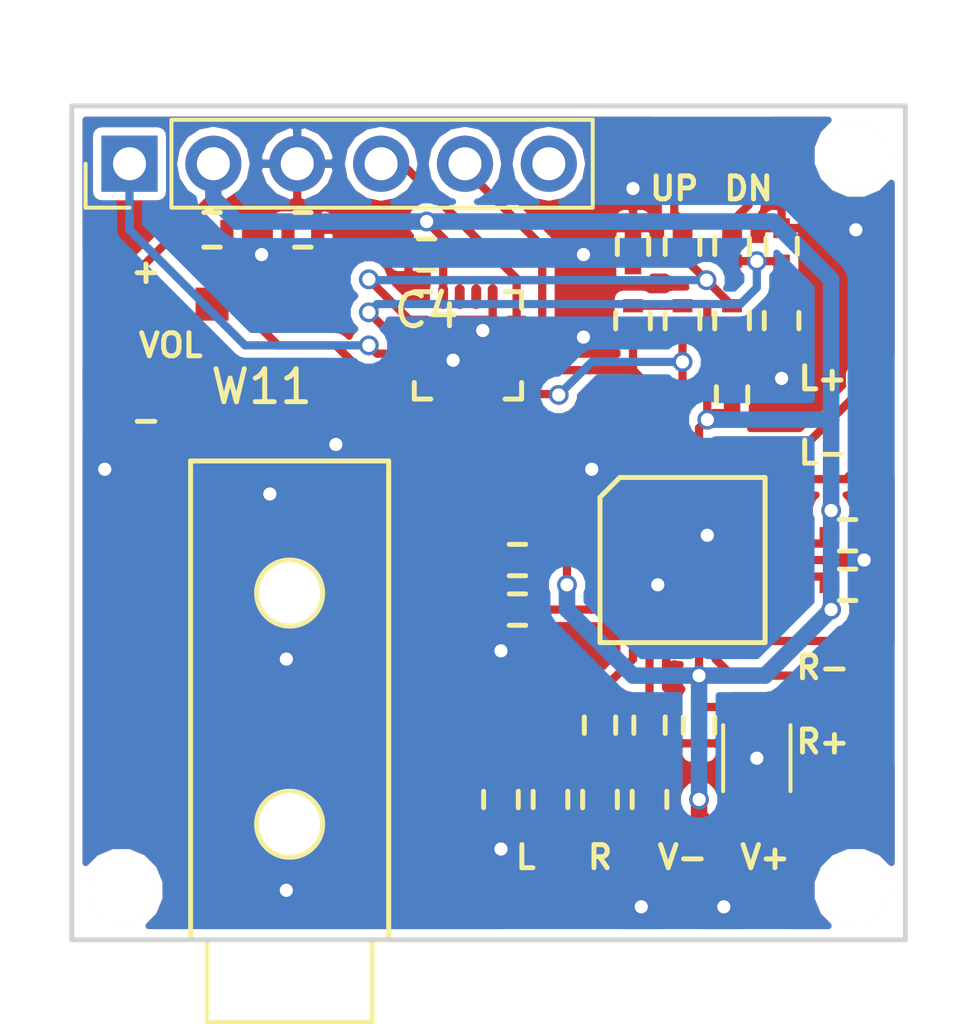
<source format=kicad_pcb>
(kicad_pcb (version 4) (host pcbnew 4.0.6)

  (general
    (links 82)
    (no_connects 0)
    (area 47.772381 46.736666 120.183334 99.885)
    (thickness 1.6)
    (drawings 17)
    (tracks 258)
    (zones 0)
    (modules 47)
    (nets 42)
  )

  (page USLetter)
  (layers
    (0 F.Cu signal)
    (31 B.Cu signal hide)
    (32 B.Adhes user)
    (33 F.Adhes user)
    (34 B.Paste user)
    (35 F.Paste user)
    (36 B.SilkS user)
    (37 F.SilkS user)
    (38 B.Mask user)
    (39 F.Mask user)
    (40 Dwgs.User user)
    (41 Cmts.User user)
    (42 Eco1.User user)
    (43 Eco2.User user)
    (44 Edge.Cuts user)
    (45 Margin user)
    (46 B.CrtYd user)
    (47 F.CrtYd user)
    (48 B.Fab user)
    (49 F.Fab user)
  )

  (setup
    (last_trace_width 0.25)
    (trace_clearance 0.18)
    (zone_clearance 0.25)
    (zone_45_only no)
    (trace_min 0.2)
    (segment_width 0.2)
    (edge_width 0.15)
    (via_size 0.6)
    (via_drill 0.4)
    (via_min_size 0.4)
    (via_min_drill 0.3)
    (uvia_size 0.3)
    (uvia_drill 0.1)
    (uvias_allowed no)
    (uvia_min_size 0.2)
    (uvia_min_drill 0.1)
    (pcb_text_width 0.3)
    (pcb_text_size 1.5 1.5)
    (mod_edge_width 0.15)
    (mod_text_size 1 1)
    (mod_text_width 0.15)
    (pad_size 3 3)
    (pad_drill 0)
    (pad_to_mask_clearance 0.2)
    (aux_axis_origin 0 0)
    (visible_elements 7FFEFFFF)
    (pcbplotparams
      (layerselection 0x010f0_80000001)
      (usegerberextensions true)
      (excludeedgelayer false)
      (linewidth 0.100000)
      (plotframeref false)
      (viasonmask false)
      (mode 1)
      (useauxorigin false)
      (hpglpennumber 1)
      (hpglpenspeed 20)
      (hpglpendiameter 15)
      (hpglpenoverlay 2)
      (psnegative false)
      (psa4output false)
      (plotreference false)
      (plotvalue false)
      (plotinvisibletext false)
      (padsonsilk false)
      (subtractmaskfromsilk false)
      (outputformat 1)
      (mirror false)
      (drillshape 0)
      (scaleselection 1)
      (outputdirectory ../../../))
  )

  (net 0 "")
  (net 1 GND)
  (net 2 "Net-(C2-Pad1)")
  (net 3 "Net-(C2-Pad2)")
  (net 4 "Net-(C3-Pad1)")
  (net 5 "Net-(C3-Pad2)")
  (net 6 "Net-(C7-Pad2)")
  (net 7 "Net-(J1-Pad3)")
  (net 8 "Net-(J1-Pad1)")
  (net 9 "Net-(J1-Pad2)")
  (net 10 "Net-(J1-Pad4)")
  (net 11 "Net-(R3-Pad2)")
  (net 12 "Net-(R4-Pad2)")
  (net 13 "Net-(R6-Pad2)")
  (net 14 "Net-(R7-Pad1)")
  (net 15 "Net-(R8-Pad1)")
  (net 16 "Net-(U2-Pad5)")
  (net 17 "Net-(U2-Pad6)")
  (net 18 "Net-(U2-Pad11)")
  (net 19 "Net-(U2-Pad13)")
  (net 20 "Net-(U2-Pad14)")
  (net 21 "Net-(U2-Pad15)")
  (net 22 "Net-(U2-Pad16)")
  (net 23 "Net-(U2-Pad21)")
  (net 24 "Net-(U2-Pad22)")
  (net 25 "Net-(U2-Pad23)")
  (net 26 "Net-(C6-Pad1)")
  (net 27 "Net-(C1-Pad2)")
  (net 28 VDD)
  (net 29 "Net-(J2-Pad1)")
  (net 30 "Net-(J2-Pad4)")
  (net 31 "Net-(J2-Pad5)")
  (net 32 "Net-(J2-Pad6)")
  (net 33 "Net-(R2-Pad1)")
  (net 34 "Net-(U1-Pad5)")
  (net 35 "Net-(U1-Pad7)")
  (net 36 "Net-(U1-Pad10)")
  (net 37 "Net-(U1-Pad14)")
  (net 38 "Net-(U1-Pad15)")
  (net 39 "Net-(R9-Pad2)")
  (net 40 "Net-(R12-Pad1)")
  (net 41 "Net-(U1-Pad4)")

  (net_class Default "This is the default net class."
    (clearance 0.18)
    (trace_width 0.25)
    (via_dia 0.6)
    (via_drill 0.4)
    (uvia_dia 0.3)
    (uvia_drill 0.1)
    (add_net GND)
    (add_net "Net-(C1-Pad2)")
    (add_net "Net-(C2-Pad1)")
    (add_net "Net-(C2-Pad2)")
    (add_net "Net-(C3-Pad1)")
    (add_net "Net-(C3-Pad2)")
    (add_net "Net-(C6-Pad1)")
    (add_net "Net-(C7-Pad2)")
    (add_net "Net-(J1-Pad1)")
    (add_net "Net-(J1-Pad2)")
    (add_net "Net-(J1-Pad3)")
    (add_net "Net-(J1-Pad4)")
    (add_net "Net-(J2-Pad1)")
    (add_net "Net-(J2-Pad4)")
    (add_net "Net-(J2-Pad5)")
    (add_net "Net-(J2-Pad6)")
    (add_net "Net-(R12-Pad1)")
    (add_net "Net-(R2-Pad1)")
    (add_net "Net-(R3-Pad2)")
    (add_net "Net-(R4-Pad2)")
    (add_net "Net-(R6-Pad2)")
    (add_net "Net-(R7-Pad1)")
    (add_net "Net-(R8-Pad1)")
    (add_net "Net-(R9-Pad2)")
    (add_net "Net-(U1-Pad10)")
    (add_net "Net-(U1-Pad14)")
    (add_net "Net-(U1-Pad15)")
    (add_net "Net-(U1-Pad4)")
    (add_net "Net-(U1-Pad5)")
    (add_net "Net-(U1-Pad7)")
    (add_net "Net-(U2-Pad11)")
    (add_net "Net-(U2-Pad13)")
    (add_net "Net-(U2-Pad14)")
    (add_net "Net-(U2-Pad15)")
    (add_net "Net-(U2-Pad16)")
    (add_net "Net-(U2-Pad21)")
    (add_net "Net-(U2-Pad22)")
    (add_net "Net-(U2-Pad23)")
    (add_net "Net-(U2-Pad5)")
    (add_net "Net-(U2-Pad6)")
    (add_net VDD)
  )

  (module Amp:Screw (layer F.Cu) (tedit 59989110) (tstamp 59989018)
    (at 73.75 51.5)
    (fp_text reference Screw (at 0 2.4) (layer F.SilkS) hide
      (effects (font (size 1 1) (thickness 0.15)))
    )
    (fp_text value Screw (at 0 -2.7) (layer F.Fab)
      (effects (font (size 1 1) (thickness 0.15)))
    )
    (pad "" np_thru_hole circle (at 0 0) (size 2 2) (drill 2) (layers *.Cu *.Mask F.SilkS))
  )

  (module Amp:Screw (layer F.Cu) (tedit 59988667) (tstamp 59988E95)
    (at 51.5 73.75)
    (fp_text reference Screw (at 0 2.4) (layer F.SilkS) hide
      (effects (font (size 1 1) (thickness 0.15)))
    )
    (fp_text value Screw (at 0 -2.7) (layer F.Fab)
      (effects (font (size 1 1) (thickness 0.15)))
    )
    (pad "" np_thru_hole circle (at 0 0) (size 2 2) (drill 2) (layers *.Cu *.Mask F.SilkS))
  )

  (module Amp:C_0402 (layer F.Cu) (tedit 59988C99) (tstamp 599884F9)
    (at 67 54.25 270)
    (descr "Capacitor SMD 0402, reflow soldering, AVX (see smccp.pdf)")
    (tags "capacitor 0402")
    (path /59814AB9)
    (attr smd)
    (fp_text reference C1 (at 0 -1.7 270) (layer F.SilkS) hide
      (effects (font (size 1 1) (thickness 0.15)))
    )
    (fp_text value C (at 0 1.7 270) (layer F.Fab)
      (effects (font (size 1 1) (thickness 0.15)))
    )
    (fp_line (start -1.15 -0.6) (end 1.15 -0.6) (layer F.CrtYd) (width 0.05))
    (fp_line (start -1.15 0.6) (end 1.15 0.6) (layer F.CrtYd) (width 0.05))
    (fp_line (start -1.15 -0.6) (end -1.15 0.6) (layer F.CrtYd) (width 0.05))
    (fp_line (start 1.15 -0.6) (end 1.15 0.6) (layer F.CrtYd) (width 0.05))
    (fp_line (start 0.25 -0.475) (end -0.25 -0.475) (layer F.SilkS) (width 0.15))
    (fp_line (start -0.25 0.475) (end 0.25 0.475) (layer F.SilkS) (width 0.15))
    (pad 1 smd rect (at -0.55 0 270) (size 0.6 0.5) (layers F.Cu F.Paste F.Mask)
      (net 1 GND))
    (pad 2 smd rect (at 0.55 0 270) (size 0.6 0.5) (layers F.Cu F.Paste F.Mask)
      (net 27 "Net-(C1-Pad2)"))
    (model Capacitors_SMD.3dshapes/C_0402.wrl
      (at (xyz 0 0 0))
      (scale (xyz 1 1 1))
      (rotate (xyz 0 0 0))
    )
  )

  (module Amp:C_0402 (layer F.Cu) (tedit 5998839B) (tstamp 59988505)
    (at 66 68.75 270)
    (descr "Capacitor SMD 0402, reflow soldering, AVX (see smccp.pdf)")
    (tags "capacitor 0402")
    (path /57D4F485)
    (attr smd)
    (fp_text reference C2 (at 0 -1.7 270) (layer F.SilkS) hide
      (effects (font (size 1 1) (thickness 0.15)))
    )
    (fp_text value C (at 0 1.7 270) (layer F.Fab)
      (effects (font (size 1 1) (thickness 0.15)))
    )
    (fp_line (start -1.15 -0.6) (end 1.15 -0.6) (layer F.CrtYd) (width 0.05))
    (fp_line (start -1.15 0.6) (end 1.15 0.6) (layer F.CrtYd) (width 0.05))
    (fp_line (start -1.15 -0.6) (end -1.15 0.6) (layer F.CrtYd) (width 0.05))
    (fp_line (start 1.15 -0.6) (end 1.15 0.6) (layer F.CrtYd) (width 0.05))
    (fp_line (start 0.25 -0.475) (end -0.25 -0.475) (layer F.SilkS) (width 0.15))
    (fp_line (start -0.25 0.475) (end 0.25 0.475) (layer F.SilkS) (width 0.15))
    (pad 1 smd rect (at -0.55 0 270) (size 0.6 0.5) (layers F.Cu F.Paste F.Mask)
      (net 2 "Net-(C2-Pad1)"))
    (pad 2 smd rect (at 0.55 0 270) (size 0.6 0.5) (layers F.Cu F.Paste F.Mask)
      (net 3 "Net-(C2-Pad2)"))
    (model Capacitors_SMD.3dshapes/C_0402.wrl
      (at (xyz 0 0 0))
      (scale (xyz 1 1 1))
      (rotate (xyz 0 0 0))
    )
  )

  (module Amp:C_0402 (layer F.Cu) (tedit 59988399) (tstamp 59988511)
    (at 67.5 68.75 270)
    (descr "Capacitor SMD 0402, reflow soldering, AVX (see smccp.pdf)")
    (tags "capacitor 0402")
    (path /57D4F3C8)
    (attr smd)
    (fp_text reference C3 (at 0 -1.7 270) (layer F.SilkS) hide
      (effects (font (size 1 1) (thickness 0.15)))
    )
    (fp_text value C (at 0 1.7 270) (layer F.Fab)
      (effects (font (size 1 1) (thickness 0.15)))
    )
    (fp_line (start -1.15 -0.6) (end 1.15 -0.6) (layer F.CrtYd) (width 0.05))
    (fp_line (start -1.15 0.6) (end 1.15 0.6) (layer F.CrtYd) (width 0.05))
    (fp_line (start -1.15 -0.6) (end -1.15 0.6) (layer F.CrtYd) (width 0.05))
    (fp_line (start 1.15 -0.6) (end 1.15 0.6) (layer F.CrtYd) (width 0.05))
    (fp_line (start 0.25 -0.475) (end -0.25 -0.475) (layer F.SilkS) (width 0.15))
    (fp_line (start -0.25 0.475) (end 0.25 0.475) (layer F.SilkS) (width 0.15))
    (pad 1 smd rect (at -0.55 0 270) (size 0.6 0.5) (layers F.Cu F.Paste F.Mask)
      (net 4 "Net-(C3-Pad1)"))
    (pad 2 smd rect (at 0.55 0 270) (size 0.6 0.5) (layers F.Cu F.Paste F.Mask)
      (net 5 "Net-(C3-Pad2)"))
    (model Capacitors_SMD.3dshapes/C_0402.wrl
      (at (xyz 0 0 0))
      (scale (xyz 1 1 1))
      (rotate (xyz 0 0 0))
    )
  )

  (module Amp:C_0402 (layer F.Cu) (tedit 57C6481E) (tstamp 5998851D)
    (at 60.75 54.5 180)
    (descr "Capacitor SMD 0402, reflow soldering, AVX (see smccp.pdf)")
    (tags "capacitor 0402")
    (path /57D4FF49)
    (attr smd)
    (fp_text reference C4 (at 0 -1.7 180) (layer F.SilkS)
      (effects (font (size 1 1) (thickness 0.15)))
    )
    (fp_text value C (at 0 1.7 180) (layer F.Fab)
      (effects (font (size 1 1) (thickness 0.15)))
    )
    (fp_line (start -1.15 -0.6) (end 1.15 -0.6) (layer F.CrtYd) (width 0.05))
    (fp_line (start -1.15 0.6) (end 1.15 0.6) (layer F.CrtYd) (width 0.05))
    (fp_line (start -1.15 -0.6) (end -1.15 0.6) (layer F.CrtYd) (width 0.05))
    (fp_line (start 1.15 -0.6) (end 1.15 0.6) (layer F.CrtYd) (width 0.05))
    (fp_line (start 0.25 -0.475) (end -0.25 -0.475) (layer F.SilkS) (width 0.15))
    (fp_line (start -0.25 0.475) (end 0.25 0.475) (layer F.SilkS) (width 0.15))
    (pad 1 smd rect (at -0.55 0 180) (size 0.6 0.5) (layers F.Cu F.Paste F.Mask)
      (net 28 VDD))
    (pad 2 smd rect (at 0.55 0 180) (size 0.6 0.5) (layers F.Cu F.Paste F.Mask)
      (net 1 GND))
    (model Capacitors_SMD.3dshapes/C_0402.wrl
      (at (xyz 0 0 0))
      (scale (xyz 1 1 1))
      (rotate (xyz 0 0 0))
    )
  )

  (module Amp:C_0402 (layer F.Cu) (tedit 59988362) (tstamp 59988529)
    (at 70 58.75 90)
    (descr "Capacitor SMD 0402, reflow soldering, AVX (see smccp.pdf)")
    (tags "capacitor 0402")
    (path /57D50550)
    (attr smd)
    (fp_text reference C5 (at 0 -1.7 90) (layer F.SilkS) hide
      (effects (font (size 1 1) (thickness 0.15)))
    )
    (fp_text value C (at 0 1.7 90) (layer F.Fab)
      (effects (font (size 1 1) (thickness 0.15)))
    )
    (fp_line (start -1.15 -0.6) (end 1.15 -0.6) (layer F.CrtYd) (width 0.05))
    (fp_line (start -1.15 0.6) (end 1.15 0.6) (layer F.CrtYd) (width 0.05))
    (fp_line (start -1.15 -0.6) (end -1.15 0.6) (layer F.CrtYd) (width 0.05))
    (fp_line (start 1.15 -0.6) (end 1.15 0.6) (layer F.CrtYd) (width 0.05))
    (fp_line (start 0.25 -0.475) (end -0.25 -0.475) (layer F.SilkS) (width 0.15))
    (fp_line (start -0.25 0.475) (end 0.25 0.475) (layer F.SilkS) (width 0.15))
    (pad 1 smd rect (at -0.55 0 90) (size 0.6 0.5) (layers F.Cu F.Paste F.Mask)
      (net 28 VDD))
    (pad 2 smd rect (at 0.55 0 90) (size 0.6 0.5) (layers F.Cu F.Paste F.Mask)
      (net 1 GND))
    (model Capacitors_SMD.3dshapes/C_0402.wrl
      (at (xyz 0 0 0))
      (scale (xyz 1 1 1))
      (rotate (xyz 0 0 0))
    )
  )

  (module Amp:C_0402 (layer F.Cu) (tedit 59988307) (tstamp 59988535)
    (at 63.5 65.25 180)
    (descr "Capacitor SMD 0402, reflow soldering, AVX (see smccp.pdf)")
    (tags "capacitor 0402")
    (path /57D50463)
    (attr smd)
    (fp_text reference C6 (at 0 -1.7 180) (layer F.SilkS) hide
      (effects (font (size 1 1) (thickness 0.15)))
    )
    (fp_text value C (at 0 1.7 180) (layer F.Fab)
      (effects (font (size 1 1) (thickness 0.15)))
    )
    (fp_line (start -1.15 -0.6) (end 1.15 -0.6) (layer F.CrtYd) (width 0.05))
    (fp_line (start -1.15 0.6) (end 1.15 0.6) (layer F.CrtYd) (width 0.05))
    (fp_line (start -1.15 -0.6) (end -1.15 0.6) (layer F.CrtYd) (width 0.05))
    (fp_line (start 1.15 -0.6) (end 1.15 0.6) (layer F.CrtYd) (width 0.05))
    (fp_line (start 0.25 -0.475) (end -0.25 -0.475) (layer F.SilkS) (width 0.15))
    (fp_line (start -0.25 0.475) (end 0.25 0.475) (layer F.SilkS) (width 0.15))
    (pad 1 smd rect (at -0.55 0 180) (size 0.6 0.5) (layers F.Cu F.Paste F.Mask)
      (net 26 "Net-(C6-Pad1)"))
    (pad 2 smd rect (at 0.55 0 180) (size 0.6 0.5) (layers F.Cu F.Paste F.Mask)
      (net 1 GND))
    (model Capacitors_SMD.3dshapes/C_0402.wrl
      (at (xyz 0 0 0))
      (scale (xyz 1 1 1))
      (rotate (xyz 0 0 0))
    )
  )

  (module Amp:C_0402 (layer F.Cu) (tedit 59988C96) (tstamp 59988541)
    (at 71.5 54.25 270)
    (descr "Capacitor SMD 0402, reflow soldering, AVX (see smccp.pdf)")
    (tags "capacitor 0402")
    (path /57D4FFF0)
    (attr smd)
    (fp_text reference C7 (at 0 -1.7 270) (layer F.SilkS) hide
      (effects (font (size 1 1) (thickness 0.15)))
    )
    (fp_text value C (at 0 1.7 270) (layer F.Fab)
      (effects (font (size 1 1) (thickness 0.15)))
    )
    (fp_line (start -1.15 -0.6) (end 1.15 -0.6) (layer F.CrtYd) (width 0.05))
    (fp_line (start -1.15 0.6) (end 1.15 0.6) (layer F.CrtYd) (width 0.05))
    (fp_line (start -1.15 -0.6) (end -1.15 0.6) (layer F.CrtYd) (width 0.05))
    (fp_line (start 1.15 -0.6) (end 1.15 0.6) (layer F.CrtYd) (width 0.05))
    (fp_line (start 0.25 -0.475) (end -0.25 -0.475) (layer F.SilkS) (width 0.15))
    (fp_line (start -0.25 0.475) (end 0.25 0.475) (layer F.SilkS) (width 0.15))
    (pad 1 smd rect (at -0.55 0 270) (size 0.6 0.5) (layers F.Cu F.Paste F.Mask)
      (net 1 GND))
    (pad 2 smd rect (at 0.55 0 270) (size 0.6 0.5) (layers F.Cu F.Paste F.Mask)
      (net 6 "Net-(C7-Pad2)"))
    (model Capacitors_SMD.3dshapes/C_0402.wrl
      (at (xyz 0 0 0))
      (scale (xyz 1 1 1))
      (rotate (xyz 0 0 0))
    )
  )

  (module Amp:C_0402 (layer F.Cu) (tedit 59988367) (tstamp 5998854D)
    (at 73.5 64.5 180)
    (descr "Capacitor SMD 0402, reflow soldering, AVX (see smccp.pdf)")
    (tags "capacitor 0402")
    (path /57D4FAE7)
    (attr smd)
    (fp_text reference C8 (at 0 -1.7 180) (layer F.SilkS) hide
      (effects (font (size 1 1) (thickness 0.15)))
    )
    (fp_text value C (at 0 1.7 180) (layer F.Fab)
      (effects (font (size 1 1) (thickness 0.15)))
    )
    (fp_line (start -1.15 -0.6) (end 1.15 -0.6) (layer F.CrtYd) (width 0.05))
    (fp_line (start -1.15 0.6) (end 1.15 0.6) (layer F.CrtYd) (width 0.05))
    (fp_line (start -1.15 -0.6) (end -1.15 0.6) (layer F.CrtYd) (width 0.05))
    (fp_line (start 1.15 -0.6) (end 1.15 0.6) (layer F.CrtYd) (width 0.05))
    (fp_line (start 0.25 -0.475) (end -0.25 -0.475) (layer F.SilkS) (width 0.15))
    (fp_line (start -0.25 0.475) (end 0.25 0.475) (layer F.SilkS) (width 0.15))
    (pad 1 smd rect (at -0.55 0 180) (size 0.6 0.5) (layers F.Cu F.Paste F.Mask)
      (net 1 GND))
    (pad 2 smd rect (at 0.55 0 180) (size 0.6 0.5) (layers F.Cu F.Paste F.Mask)
      (net 28 VDD))
    (model Capacitors_SMD.3dshapes/C_0402.wrl
      (at (xyz 0 0 0))
      (scale (xyz 1 1 1))
      (rotate (xyz 0 0 0))
    )
  )

  (module Amp:C_0402 (layer F.Cu) (tedit 599883AE) (tstamp 59988559)
    (at 69 68.75 270)
    (descr "Capacitor SMD 0402, reflow soldering, AVX (see smccp.pdf)")
    (tags "capacitor 0402")
    (path /57D4F4E6)
    (attr smd)
    (fp_text reference C9 (at 0 -1.7 270) (layer F.SilkS) hide
      (effects (font (size 1 1) (thickness 0.15)))
    )
    (fp_text value C (at 0 1.7 270) (layer F.Fab)
      (effects (font (size 1 1) (thickness 0.15)))
    )
    (fp_line (start -1.15 -0.6) (end 1.15 -0.6) (layer F.CrtYd) (width 0.05))
    (fp_line (start -1.15 0.6) (end 1.15 0.6) (layer F.CrtYd) (width 0.05))
    (fp_line (start -1.15 -0.6) (end -1.15 0.6) (layer F.CrtYd) (width 0.05))
    (fp_line (start 1.15 -0.6) (end 1.15 0.6) (layer F.CrtYd) (width 0.05))
    (fp_line (start 0.25 -0.475) (end -0.25 -0.475) (layer F.SilkS) (width 0.15))
    (fp_line (start -0.25 0.475) (end 0.25 0.475) (layer F.SilkS) (width 0.15))
    (pad 1 smd rect (at -0.55 0 270) (size 0.6 0.5) (layers F.Cu F.Paste F.Mask)
      (net 28 VDD))
    (pad 2 smd rect (at 0.55 0 270) (size 0.6 0.5) (layers F.Cu F.Paste F.Mask)
      (net 1 GND))
    (model Capacitors_SMD.3dshapes/C_0402.wrl
      (at (xyz 0 0 0))
      (scale (xyz 1 1 1))
      (rotate (xyz 0 0 0))
    )
  )

  (module Amp:C_1206 (layer F.Cu) (tedit 599883BD) (tstamp 5998856A)
    (at 70.75 69.75 270)
    (descr "Capacitor SMD 1206, reflow soldering, AVX (see smccp.pdf)")
    (tags "capacitor 1206")
    (path /57D55784)
    (attr smd)
    (fp_text reference C10 (at 0 -1.75 270) (layer F.SilkS) hide
      (effects (font (size 1 1) (thickness 0.15)))
    )
    (fp_text value CP (at 0 2 270) (layer F.Fab)
      (effects (font (size 1 1) (thickness 0.15)))
    )
    (fp_text user %R (at 0 -1.75 270) (layer F.Fab) hide
      (effects (font (size 1 1) (thickness 0.15)))
    )
    (fp_line (start -1.6 0.8) (end -1.6 -0.8) (layer F.Fab) (width 0.1))
    (fp_line (start 1.6 0.8) (end -1.6 0.8) (layer F.Fab) (width 0.1))
    (fp_line (start 1.6 -0.8) (end 1.6 0.8) (layer F.Fab) (width 0.1))
    (fp_line (start -1.6 -0.8) (end 1.6 -0.8) (layer F.Fab) (width 0.1))
    (fp_line (start 1 -1.02) (end -1 -1.02) (layer F.SilkS) (width 0.12))
    (fp_line (start -1 1.02) (end 1 1.02) (layer F.SilkS) (width 0.12))
    (fp_line (start -2.25 -1.05) (end 2.25 -1.05) (layer F.CrtYd) (width 0.05))
    (fp_line (start -2.25 -1.05) (end -2.25 1.05) (layer F.CrtYd) (width 0.05))
    (fp_line (start 2.25 1.05) (end 2.25 -1.05) (layer F.CrtYd) (width 0.05))
    (fp_line (start 2.25 1.05) (end -2.25 1.05) (layer F.CrtYd) (width 0.05))
    (pad 1 smd rect (at -1.5 0 270) (size 1 1.6) (layers F.Cu F.Paste F.Mask)
      (net 28 VDD))
    (pad 2 smd rect (at 1.5 0 270) (size 1 1.6) (layers F.Cu F.Paste F.Mask)
      (net 1 GND))
    (model Capacitors_SMD.3dshapes/C_1206.wrl
      (at (xyz 0 0 0))
      (scale (xyz 1 1 1))
      (rotate (xyz 0 0 0))
    )
  )

  (module Amp:C_0402 (layer F.Cu) (tedit 59988365) (tstamp 59988576)
    (at 73.5 63 180)
    (descr "Capacitor SMD 0402, reflow soldering, AVX (see smccp.pdf)")
    (tags "capacitor 0402")
    (path /57D4F863)
    (attr smd)
    (fp_text reference C11 (at 0 -1.7 180) (layer F.SilkS) hide
      (effects (font (size 1 1) (thickness 0.15)))
    )
    (fp_text value C (at 0 1.7 180) (layer F.Fab)
      (effects (font (size 1 1) (thickness 0.15)))
    )
    (fp_line (start -1.15 -0.6) (end 1.15 -0.6) (layer F.CrtYd) (width 0.05))
    (fp_line (start -1.15 0.6) (end 1.15 0.6) (layer F.CrtYd) (width 0.05))
    (fp_line (start -1.15 -0.6) (end -1.15 0.6) (layer F.CrtYd) (width 0.05))
    (fp_line (start 1.15 -0.6) (end 1.15 0.6) (layer F.CrtYd) (width 0.05))
    (fp_line (start 0.25 -0.475) (end -0.25 -0.475) (layer F.SilkS) (width 0.15))
    (fp_line (start -0.25 0.475) (end 0.25 0.475) (layer F.SilkS) (width 0.15))
    (pad 1 smd rect (at -0.55 0 180) (size 0.6 0.5) (layers F.Cu F.Paste F.Mask)
      (net 1 GND))
    (pad 2 smd rect (at 0.55 0 180) (size 0.6 0.5) (layers F.Cu F.Paste F.Mask)
      (net 28 VDD))
    (model Capacitors_SMD.3dshapes/C_0402.wrl
      (at (xyz 0 0 0))
      (scale (xyz 1 1 1))
      (rotate (xyz 0 0 0))
    )
  )

  (module Amp:C_0402 (layer F.Cu) (tedit 59988317) (tstamp 59988582)
    (at 63.5 63.75)
    (descr "Capacitor SMD 0402, reflow soldering, AVX (see smccp.pdf)")
    (tags "capacitor 0402")
    (path /57D4F7A4)
    (attr smd)
    (fp_text reference C12 (at 0 -1.7) (layer F.SilkS) hide
      (effects (font (size 1 1) (thickness 0.15)))
    )
    (fp_text value C (at 0 1.7) (layer F.Fab)
      (effects (font (size 1 1) (thickness 0.15)))
    )
    (fp_line (start -1.15 -0.6) (end 1.15 -0.6) (layer F.CrtYd) (width 0.05))
    (fp_line (start -1.15 0.6) (end 1.15 0.6) (layer F.CrtYd) (width 0.05))
    (fp_line (start -1.15 -0.6) (end -1.15 0.6) (layer F.CrtYd) (width 0.05))
    (fp_line (start 1.15 -0.6) (end 1.15 0.6) (layer F.CrtYd) (width 0.05))
    (fp_line (start 0.25 -0.475) (end -0.25 -0.475) (layer F.SilkS) (width 0.15))
    (fp_line (start -0.25 0.475) (end 0.25 0.475) (layer F.SilkS) (width 0.15))
    (pad 1 smd rect (at -0.55 0) (size 0.6 0.5) (layers F.Cu F.Paste F.Mask)
      (net 1 GND))
    (pad 2 smd rect (at 0.55 0) (size 0.6 0.5) (layers F.Cu F.Paste F.Mask)
      (net 28 VDD))
    (model Capacitors_SMD.3dshapes/C_0402.wrl
      (at (xyz 0 0 0))
      (scale (xyz 1 1 1))
      (rotate (xyz 0 0 0))
    )
  )

  (module Amp:SJ-3524-SMT-TR (layer F.Cu) (tedit 59988E84) (tstamp 59988595)
    (at 56.6 70.85 90)
    (path /57D4DB19)
    (fp_text reference J1 (at 0 -7.65 90) (layer F.SilkS) hide
      (effects (font (size 1 1) (thickness 0.15)))
    )
    (fp_text value JACK_TRS_4PINS (at 0 7.35 90) (layer F.Fab)
      (effects (font (size 1 1) (thickness 0.15)))
    )
    (fp_line (start -4.4 2.5) (end -6.9 2.5) (layer F.SilkS) (width 0.15))
    (fp_line (start -6.9 2.5) (end -6.9 -2.5) (layer F.SilkS) (width 0.15))
    (fp_line (start -6.9 -2.5) (end -4.4 -2.5) (layer F.SilkS) (width 0.15))
    (fp_line (start -4.4 3) (end 10.1 3) (layer F.SilkS) (width 0.15))
    (fp_line (start 10.1 3) (end 10.1 -3) (layer F.SilkS) (width 0.15))
    (fp_line (start 10.1 -3) (end -4.4 -3) (layer F.SilkS) (width 0.15))
    (fp_line (start -4.4 -3) (end -4.4 3) (layer F.SilkS) (width 0.15))
    (fp_circle (center 6.1 0) (end 7.1 0) (layer F.SilkS) (width 0.15))
    (fp_circle (center -0.9 0) (end -1.9 0) (layer F.SilkS) (width 0.15))
    (pad 3 smd rect (at 0 -3.7 90) (size 2.2 2.8) (layers F.Cu F.Paste F.Mask)
      (net 7 "Net-(J1-Pad3)"))
    (pad 1 smd rect (at -2 3.7 90) (size 2.2 2.8) (layers F.Cu F.Paste F.Mask)
      (net 8 "Net-(J1-Pad1)"))
    (pad 2 smd rect (at 7.4 3.7 90) (size 2.8 2.8) (layers F.Cu F.Paste F.Mask)
      (net 9 "Net-(J1-Pad2)"))
    (pad 4 smd rect (at 11.3 -0.75 90) (size 2.8 2.8) (layers F.Cu F.Paste F.Mask)
      (net 10 "Net-(J1-Pad4)"))
    (pad "" np_thru_hole circle (at -0.9 0 90) (size 1.5 1.5) (drill 1.5) (layers *.Cu *.Mask))
    (pad "" np_thru_hole circle (at 6.1 0 90) (size 1.5 1.5) (drill 1.5) (layers *.Cu *.Mask))
  )

  (module Amp:Pin_Header_Straight_1x06_Pitch2.54mm (layer F.Cu) (tedit 5998890D) (tstamp 599885AF)
    (at 51.75 51.75 90)
    (descr "Through hole straight pin header, 1x06, 2.54mm pitch, single row")
    (tags "Through hole pin header THT 1x06 2.54mm single row")
    (path /598102CE)
    (fp_text reference J2 (at 0 -2.33 90) (layer F.SilkS) hide
      (effects (font (size 1 1) (thickness 0.15)))
    )
    (fp_text value CONN_01X06 (at 0 15.03 90) (layer F.Fab)
      (effects (font (size 1 1) (thickness 0.15)))
    )
    (fp_line (start -0.635 -1.27) (end 1.27 -1.27) (layer F.Fab) (width 0.1))
    (fp_line (start 1.27 -1.27) (end 1.27 13.97) (layer F.Fab) (width 0.1))
    (fp_line (start 1.27 13.97) (end -1.27 13.97) (layer F.Fab) (width 0.1))
    (fp_line (start -1.27 13.97) (end -1.27 -0.635) (layer F.Fab) (width 0.1))
    (fp_line (start -1.27 -0.635) (end -0.635 -1.27) (layer F.Fab) (width 0.1))
    (fp_line (start -1.33 14.03) (end 1.33 14.03) (layer F.SilkS) (width 0.12))
    (fp_line (start -1.33 1.27) (end -1.33 14.03) (layer F.SilkS) (width 0.12))
    (fp_line (start 1.33 1.27) (end 1.33 14.03) (layer F.SilkS) (width 0.12))
    (fp_line (start -1.33 1.27) (end 1.33 1.27) (layer F.SilkS) (width 0.12))
    (fp_line (start -1.33 0) (end -1.33 -1.33) (layer F.SilkS) (width 0.12))
    (fp_line (start -1.33 -1.33) (end 0 -1.33) (layer F.SilkS) (width 0.12))
    (fp_line (start -1.8 -1.8) (end -1.8 14.5) (layer F.CrtYd) (width 0.05))
    (fp_line (start -1.8 14.5) (end 1.8 14.5) (layer F.CrtYd) (width 0.05))
    (fp_line (start 1.8 14.5) (end 1.8 -1.8) (layer F.CrtYd) (width 0.05))
    (fp_line (start 1.8 -1.8) (end -1.8 -1.8) (layer F.CrtYd) (width 0.05))
    (fp_text user %R (at 0 6.35 180) (layer F.Fab)
      (effects (font (size 1 1) (thickness 0.15)))
    )
    (pad 1 thru_hole rect (at 0 0 90) (size 1.7 1.7) (drill 1) (layers *.Cu *.Mask)
      (net 29 "Net-(J2-Pad1)"))
    (pad 2 thru_hole oval (at 0 2.54 90) (size 1.7 1.7) (drill 1) (layers *.Cu *.Mask)
      (net 28 VDD))
    (pad 3 thru_hole oval (at 0 5.08 90) (size 1.7 1.7) (drill 1) (layers *.Cu *.Mask)
      (net 1 GND))
    (pad 4 thru_hole oval (at 0 7.62 90) (size 1.7 1.7) (drill 1) (layers *.Cu *.Mask)
      (net 30 "Net-(J2-Pad4)"))
    (pad 5 thru_hole oval (at 0 10.16 90) (size 1.7 1.7) (drill 1) (layers *.Cu *.Mask)
      (net 31 "Net-(J2-Pad5)"))
    (pad 6 thru_hole oval (at 0 12.7 90) (size 1.7 1.7) (drill 1) (layers *.Cu *.Mask)
      (net 32 "Net-(J2-Pad6)"))
    (model ${KISYS3DMOD}/Pin_Headers.3dshapes/Pin_Header_Straight_1x06_Pitch2.54mm.wrl
      (at (xyz 0 0 0))
      (scale (xyz 1 1 1))
      (rotate (xyz 0 0 0))
    )
  )

  (module Amp:R_0402 (layer F.Cu) (tedit 599883F8) (tstamp 599885BB)
    (at 63 71 270)
    (descr "Resistor SMD 0402, reflow soldering, Vishay (see dcrcw.pdf)")
    (tags "resistor 0402")
    (path /57D4EF2F)
    (attr smd)
    (fp_text reference R1 (at 0 -1.8 270) (layer F.SilkS) hide
      (effects (font (size 1 1) (thickness 0.15)))
    )
    (fp_text value R (at 0 1.8 270) (layer F.Fab)
      (effects (font (size 1 1) (thickness 0.15)))
    )
    (fp_line (start -0.95 -0.65) (end 0.95 -0.65) (layer F.CrtYd) (width 0.05))
    (fp_line (start -0.95 0.65) (end 0.95 0.65) (layer F.CrtYd) (width 0.05))
    (fp_line (start -0.95 -0.65) (end -0.95 0.65) (layer F.CrtYd) (width 0.05))
    (fp_line (start 0.95 -0.65) (end 0.95 0.65) (layer F.CrtYd) (width 0.05))
    (fp_line (start 0.25 -0.525) (end -0.25 -0.525) (layer F.SilkS) (width 0.15))
    (fp_line (start -0.25 0.525) (end 0.25 0.525) (layer F.SilkS) (width 0.15))
    (pad 1 smd rect (at -0.45 0 270) (size 0.4 0.6) (layers F.Cu F.Paste F.Mask)
      (net 3 "Net-(C2-Pad2)"))
    (pad 2 smd rect (at 0.45 0 270) (size 0.4 0.6) (layers F.Cu F.Paste F.Mask)
      (net 1 GND))
    (model Resistors_SMD.3dshapes/R_0402.wrl
      (at (xyz 0 0 0))
      (scale (xyz 1 1 1))
      (rotate (xyz 0 0 0))
    )
  )

  (module Amp:R_0402 (layer F.Cu) (tedit 599889C1) (tstamp 599885C7)
    (at 70 54.25 270)
    (descr "Resistor SMD 0402, reflow soldering, Vishay (see dcrcw.pdf)")
    (tags "resistor 0402")
    (path /57D4F2CC)
    (attr smd)
    (fp_text reference R2 (at 0 -1.8 270) (layer F.SilkS) hide
      (effects (font (size 1 1) (thickness 0.15)))
    )
    (fp_text value R (at 0 1.8 270) (layer F.Fab)
      (effects (font (size 1 1) (thickness 0.15)))
    )
    (fp_line (start -0.95 -0.65) (end 0.95 -0.65) (layer F.CrtYd) (width 0.05))
    (fp_line (start -0.95 0.65) (end 0.95 0.65) (layer F.CrtYd) (width 0.05))
    (fp_line (start -0.95 -0.65) (end -0.95 0.65) (layer F.CrtYd) (width 0.05))
    (fp_line (start 0.95 -0.65) (end 0.95 0.65) (layer F.CrtYd) (width 0.05))
    (fp_line (start 0.25 -0.525) (end -0.25 -0.525) (layer F.SilkS) (width 0.15))
    (fp_line (start -0.25 0.525) (end 0.25 0.525) (layer F.SilkS) (width 0.15))
    (pad 1 smd rect (at -0.45 0 270) (size 0.4 0.6) (layers F.Cu F.Paste F.Mask)
      (net 33 "Net-(R2-Pad1)"))
    (pad 2 smd rect (at 0.45 0 270) (size 0.4 0.6) (layers F.Cu F.Paste F.Mask)
      (net 6 "Net-(C7-Pad2)"))
    (model Resistors_SMD.3dshapes/R_0402.wrl
      (at (xyz 0 0 0))
      (scale (xyz 1 1 1))
      (rotate (xyz 0 0 0))
    )
  )

  (module Amp:R_0402 (layer F.Cu) (tedit 599883F6) (tstamp 599885D3)
    (at 64.5 71 270)
    (descr "Resistor SMD 0402, reflow soldering, Vishay (see dcrcw.pdf)")
    (tags "resistor 0402")
    (path /57D4ED96)
    (attr smd)
    (fp_text reference R3 (at 0 -1.8 270) (layer F.SilkS) hide
      (effects (font (size 1 1) (thickness 0.15)))
    )
    (fp_text value R (at 0 1.8 270) (layer F.Fab)
      (effects (font (size 1 1) (thickness 0.15)))
    )
    (fp_line (start -0.95 -0.65) (end 0.95 -0.65) (layer F.CrtYd) (width 0.05))
    (fp_line (start -0.95 0.65) (end 0.95 0.65) (layer F.CrtYd) (width 0.05))
    (fp_line (start -0.95 -0.65) (end -0.95 0.65) (layer F.CrtYd) (width 0.05))
    (fp_line (start 0.95 -0.65) (end 0.95 0.65) (layer F.CrtYd) (width 0.05))
    (fp_line (start 0.25 -0.525) (end -0.25 -0.525) (layer F.SilkS) (width 0.15))
    (fp_line (start -0.25 0.525) (end 0.25 0.525) (layer F.SilkS) (width 0.15))
    (pad 1 smd rect (at -0.45 0 270) (size 0.4 0.6) (layers F.Cu F.Paste F.Mask)
      (net 3 "Net-(C2-Pad2)"))
    (pad 2 smd rect (at 0.45 0 270) (size 0.4 0.6) (layers F.Cu F.Paste F.Mask)
      (net 11 "Net-(R3-Pad2)"))
    (model Resistors_SMD.3dshapes/R_0402.wrl
      (at (xyz 0 0 0))
      (scale (xyz 1 1 1))
      (rotate (xyz 0 0 0))
    )
  )

  (module Amp:R_0402 (layer F.Cu) (tedit 59988418) (tstamp 599885DF)
    (at 66 71 270)
    (descr "Resistor SMD 0402, reflow soldering, Vishay (see dcrcw.pdf)")
    (tags "resistor 0402")
    (path /57D4EF78)
    (attr smd)
    (fp_text reference R4 (at 0 -1.8 270) (layer F.SilkS) hide
      (effects (font (size 1 1) (thickness 0.15)))
    )
    (fp_text value R (at 0 1.8 270) (layer F.Fab)
      (effects (font (size 1 1) (thickness 0.15)))
    )
    (fp_line (start -0.95 -0.65) (end 0.95 -0.65) (layer F.CrtYd) (width 0.05))
    (fp_line (start -0.95 0.65) (end 0.95 0.65) (layer F.CrtYd) (width 0.05))
    (fp_line (start -0.95 -0.65) (end -0.95 0.65) (layer F.CrtYd) (width 0.05))
    (fp_line (start 0.95 -0.65) (end 0.95 0.65) (layer F.CrtYd) (width 0.05))
    (fp_line (start 0.25 -0.525) (end -0.25 -0.525) (layer F.SilkS) (width 0.15))
    (fp_line (start -0.25 0.525) (end 0.25 0.525) (layer F.SilkS) (width 0.15))
    (pad 1 smd rect (at -0.45 0 270) (size 0.4 0.6) (layers F.Cu F.Paste F.Mask)
      (net 5 "Net-(C3-Pad2)"))
    (pad 2 smd rect (at 0.45 0 270) (size 0.4 0.6) (layers F.Cu F.Paste F.Mask)
      (net 12 "Net-(R4-Pad2)"))
    (model Resistors_SMD.3dshapes/R_0402.wrl
      (at (xyz 0 0 0))
      (scale (xyz 1 1 1))
      (rotate (xyz 0 0 0))
    )
  )

  (module Amp:R_0402 (layer F.Cu) (tedit 5998841A) (tstamp 599885EB)
    (at 67.5 71 270)
    (descr "Resistor SMD 0402, reflow soldering, Vishay (see dcrcw.pdf)")
    (tags "resistor 0402")
    (path /57D4EFD0)
    (attr smd)
    (fp_text reference R5 (at 0 -1.8 270) (layer F.SilkS) hide
      (effects (font (size 1 1) (thickness 0.15)))
    )
    (fp_text value R (at 0 1.8 270) (layer F.Fab)
      (effects (font (size 1 1) (thickness 0.15)))
    )
    (fp_line (start -0.95 -0.65) (end 0.95 -0.65) (layer F.CrtYd) (width 0.05))
    (fp_line (start -0.95 0.65) (end 0.95 0.65) (layer F.CrtYd) (width 0.05))
    (fp_line (start -0.95 -0.65) (end -0.95 0.65) (layer F.CrtYd) (width 0.05))
    (fp_line (start 0.95 -0.65) (end 0.95 0.65) (layer F.CrtYd) (width 0.05))
    (fp_line (start 0.25 -0.525) (end -0.25 -0.525) (layer F.SilkS) (width 0.15))
    (fp_line (start -0.25 0.525) (end 0.25 0.525) (layer F.SilkS) (width 0.15))
    (pad 1 smd rect (at -0.45 0 270) (size 0.4 0.6) (layers F.Cu F.Paste F.Mask)
      (net 5 "Net-(C3-Pad2)"))
    (pad 2 smd rect (at 0.45 0 270) (size 0.4 0.6) (layers F.Cu F.Paste F.Mask)
      (net 1 GND))
    (model Resistors_SMD.3dshapes/R_0402.wrl
      (at (xyz 0 0 0))
      (scale (xyz 1 1 1))
      (rotate (xyz 0 0 0))
    )
  )

  (module Amp:R_0402 (layer F.Cu) (tedit 599889AE) (tstamp 599885F7)
    (at 68.5 54.25 90)
    (descr "Resistor SMD 0402, reflow soldering, Vishay (see dcrcw.pdf)")
    (tags "resistor 0402")
    (path /57D4F33E)
    (attr smd)
    (fp_text reference R6 (at 0 -1.8 90) (layer F.SilkS) hide
      (effects (font (size 1 1) (thickness 0.15)))
    )
    (fp_text value R (at 0 1.8 90) (layer F.Fab)
      (effects (font (size 1 1) (thickness 0.15)))
    )
    (fp_line (start -0.95 -0.65) (end 0.95 -0.65) (layer F.CrtYd) (width 0.05))
    (fp_line (start -0.95 0.65) (end 0.95 0.65) (layer F.CrtYd) (width 0.05))
    (fp_line (start -0.95 -0.65) (end -0.95 0.65) (layer F.CrtYd) (width 0.05))
    (fp_line (start 0.95 -0.65) (end 0.95 0.65) (layer F.CrtYd) (width 0.05))
    (fp_line (start 0.25 -0.525) (end -0.25 -0.525) (layer F.SilkS) (width 0.15))
    (fp_line (start -0.25 0.525) (end 0.25 0.525) (layer F.SilkS) (width 0.15))
    (pad 1 smd rect (at -0.45 0 90) (size 0.4 0.6) (layers F.Cu F.Paste F.Mask)
      (net 27 "Net-(C1-Pad2)"))
    (pad 2 smd rect (at 0.45 0 90) (size 0.4 0.6) (layers F.Cu F.Paste F.Mask)
      (net 13 "Net-(R6-Pad2)"))
    (model Resistors_SMD.3dshapes/R_0402.wrl
      (at (xyz 0 0 0))
      (scale (xyz 1 1 1))
      (rotate (xyz 0 0 0))
    )
  )

  (module Amp:R_0402 (layer F.Cu) (tedit 59988C91) (tstamp 59988603)
    (at 68.5 56.5 90)
    (descr "Resistor SMD 0402, reflow soldering, Vishay (see dcrcw.pdf)")
    (tags "resistor 0402")
    (path /57D4F02B)
    (attr smd)
    (fp_text reference R7 (at 0 -1.8 90) (layer F.SilkS) hide
      (effects (font (size 1 1) (thickness 0.15)))
    )
    (fp_text value R (at 0 1.8 90) (layer F.Fab)
      (effects (font (size 1 1) (thickness 0.15)))
    )
    (fp_line (start -0.95 -0.65) (end 0.95 -0.65) (layer F.CrtYd) (width 0.05))
    (fp_line (start -0.95 0.65) (end 0.95 0.65) (layer F.CrtYd) (width 0.05))
    (fp_line (start -0.95 -0.65) (end -0.95 0.65) (layer F.CrtYd) (width 0.05))
    (fp_line (start 0.95 -0.65) (end 0.95 0.65) (layer F.CrtYd) (width 0.05))
    (fp_line (start 0.25 -0.525) (end -0.25 -0.525) (layer F.SilkS) (width 0.15))
    (fp_line (start -0.25 0.525) (end 0.25 0.525) (layer F.SilkS) (width 0.15))
    (pad 1 smd rect (at -0.45 0 90) (size 0.4 0.6) (layers F.Cu F.Paste F.Mask)
      (net 14 "Net-(R7-Pad1)"))
    (pad 2 smd rect (at 0.45 0 90) (size 0.4 0.6) (layers F.Cu F.Paste F.Mask)
      (net 28 VDD))
    (model Resistors_SMD.3dshapes/R_0402.wrl
      (at (xyz 0 0 0))
      (scale (xyz 1 1 1))
      (rotate (xyz 0 0 0))
    )
  )

  (module Amp:R_0402 (layer F.Cu) (tedit 59988C93) (tstamp 5998860F)
    (at 67 56.5 90)
    (descr "Resistor SMD 0402, reflow soldering, Vishay (see dcrcw.pdf)")
    (tags "resistor 0402")
    (path /57D4F189)
    (attr smd)
    (fp_text reference R8 (at 0 -1.8 90) (layer F.SilkS) hide
      (effects (font (size 1 1) (thickness 0.15)))
    )
    (fp_text value R (at 0 1.8 90) (layer F.Fab)
      (effects (font (size 1 1) (thickness 0.15)))
    )
    (fp_line (start -0.95 -0.65) (end 0.95 -0.65) (layer F.CrtYd) (width 0.05))
    (fp_line (start -0.95 0.65) (end 0.95 0.65) (layer F.CrtYd) (width 0.05))
    (fp_line (start -0.95 -0.65) (end -0.95 0.65) (layer F.CrtYd) (width 0.05))
    (fp_line (start 0.95 -0.65) (end 0.95 0.65) (layer F.CrtYd) (width 0.05))
    (fp_line (start 0.25 -0.525) (end -0.25 -0.525) (layer F.SilkS) (width 0.15))
    (fp_line (start -0.25 0.525) (end 0.25 0.525) (layer F.SilkS) (width 0.15))
    (pad 1 smd rect (at -0.45 0 90) (size 0.4 0.6) (layers F.Cu F.Paste F.Mask)
      (net 15 "Net-(R8-Pad1)"))
    (pad 2 smd rect (at 0.45 0 90) (size 0.4 0.6) (layers F.Cu F.Paste F.Mask)
      (net 28 VDD))
    (model Resistors_SMD.3dshapes/R_0402.wrl
      (at (xyz 0 0 0))
      (scale (xyz 1 1 1))
      (rotate (xyz 0 0 0))
    )
  )

  (module Amp:R_0402 (layer F.Cu) (tedit 599896DE) (tstamp 5998861B)
    (at 54.25 53.75)
    (descr "Resistor SMD 0402, reflow soldering, Vishay (see dcrcw.pdf)")
    (tags "resistor 0402")
    (path /598253F8)
    (attr smd)
    (fp_text reference R9 (at 0 -1.8) (layer F.SilkS) hide
      (effects (font (size 1 1) (thickness 0.15)))
    )
    (fp_text value R (at 0 1.8) (layer F.Fab)
      (effects (font (size 1 1) (thickness 0.15)))
    )
    (fp_line (start -0.95 -0.65) (end 0.95 -0.65) (layer F.CrtYd) (width 0.05))
    (fp_line (start -0.95 0.65) (end 0.95 0.65) (layer F.CrtYd) (width 0.05))
    (fp_line (start -0.95 -0.65) (end -0.95 0.65) (layer F.CrtYd) (width 0.05))
    (fp_line (start 0.95 -0.65) (end 0.95 0.65) (layer F.CrtYd) (width 0.05))
    (fp_line (start 0.25 -0.525) (end -0.25 -0.525) (layer F.SilkS) (width 0.15))
    (fp_line (start -0.25 0.525) (end 0.25 0.525) (layer F.SilkS) (width 0.15))
    (pad 1 smd rect (at -0.45 0) (size 0.4 0.6) (layers F.Cu F.Paste F.Mask)
      (net 28 VDD))
    (pad 2 smd rect (at 0.45 0) (size 0.4 0.6) (layers F.Cu F.Paste F.Mask)
      (net 39 "Net-(R9-Pad2)"))
    (model Resistors_SMD.3dshapes/R_0402.wrl
      (at (xyz 0 0 0))
      (scale (xyz 1 1 1))
      (rotate (xyz 0 0 0))
    )
  )

  (module Amp:R_0402 (layer F.Cu) (tedit 59988C03) (tstamp 59988627)
    (at 70 56.5 270)
    (descr "Resistor SMD 0402, reflow soldering, Vishay (see dcrcw.pdf)")
    (tags "resistor 0402")
    (path /5982566A)
    (attr smd)
    (fp_text reference R10 (at 0 -1.8 270) (layer F.SilkS) hide
      (effects (font (size 1 1) (thickness 0.15)))
    )
    (fp_text value R (at 0 1.8 270) (layer F.Fab)
      (effects (font (size 1 1) (thickness 0.15)))
    )
    (fp_line (start -0.95 -0.65) (end 0.95 -0.65) (layer F.CrtYd) (width 0.05))
    (fp_line (start -0.95 0.65) (end 0.95 0.65) (layer F.CrtYd) (width 0.05))
    (fp_line (start -0.95 -0.65) (end -0.95 0.65) (layer F.CrtYd) (width 0.05))
    (fp_line (start 0.95 -0.65) (end 0.95 0.65) (layer F.CrtYd) (width 0.05))
    (fp_line (start 0.25 -0.525) (end -0.25 -0.525) (layer F.SilkS) (width 0.15))
    (fp_line (start -0.25 0.525) (end 0.25 0.525) (layer F.SilkS) (width 0.15))
    (pad 1 smd rect (at -0.45 0 270) (size 0.4 0.6) (layers F.Cu F.Paste F.Mask)
      (net 27 "Net-(C1-Pad2)"))
    (pad 2 smd rect (at 0.45 0 270) (size 0.4 0.6) (layers F.Cu F.Paste F.Mask)
      (net 28 VDD))
    (model Resistors_SMD.3dshapes/R_0402.wrl
      (at (xyz 0 0 0))
      (scale (xyz 1 1 1))
      (rotate (xyz 0 0 0))
    )
  )

  (module Amp:R_0402 (layer F.Cu) (tedit 59988C06) (tstamp 59988633)
    (at 71.5 56.5 90)
    (descr "Resistor SMD 0402, reflow soldering, Vishay (see dcrcw.pdf)")
    (tags "resistor 0402")
    (path /598256F4)
    (attr smd)
    (fp_text reference R11 (at 0 -1.8 90) (layer F.SilkS) hide
      (effects (font (size 1 1) (thickness 0.15)))
    )
    (fp_text value R (at 0 1.8 90) (layer F.Fab)
      (effects (font (size 1 1) (thickness 0.15)))
    )
    (fp_line (start -0.95 -0.65) (end 0.95 -0.65) (layer F.CrtYd) (width 0.05))
    (fp_line (start -0.95 0.65) (end 0.95 0.65) (layer F.CrtYd) (width 0.05))
    (fp_line (start -0.95 -0.65) (end -0.95 0.65) (layer F.CrtYd) (width 0.05))
    (fp_line (start 0.95 -0.65) (end 0.95 0.65) (layer F.CrtYd) (width 0.05))
    (fp_line (start 0.25 -0.525) (end -0.25 -0.525) (layer F.SilkS) (width 0.15))
    (fp_line (start -0.25 0.525) (end 0.25 0.525) (layer F.SilkS) (width 0.15))
    (pad 1 smd rect (at -0.45 0 90) (size 0.4 0.6) (layers F.Cu F.Paste F.Mask)
      (net 28 VDD))
    (pad 2 smd rect (at 0.45 0 90) (size 0.4 0.6) (layers F.Cu F.Paste F.Mask)
      (net 6 "Net-(C7-Pad2)"))
    (model Resistors_SMD.3dshapes/R_0402.wrl
      (at (xyz 0 0 0))
      (scale (xyz 1 1 1))
      (rotate (xyz 0 0 0))
    )
  )

  (module Amp:R_0402 (layer F.Cu) (tedit 599896E2) (tstamp 5998863F)
    (at 57 53.75)
    (descr "Resistor SMD 0402, reflow soldering, Vishay (see dcrcw.pdf)")
    (tags "resistor 0402")
    (path /59988B0F)
    (attr smd)
    (fp_text reference R12 (at 0 -1.8) (layer F.SilkS) hide
      (effects (font (size 1 1) (thickness 0.15)))
    )
    (fp_text value R (at 0 1.8) (layer F.Fab)
      (effects (font (size 1 1) (thickness 0.15)))
    )
    (fp_line (start -0.95 -0.65) (end 0.95 -0.65) (layer F.CrtYd) (width 0.05))
    (fp_line (start -0.95 0.65) (end 0.95 0.65) (layer F.CrtYd) (width 0.05))
    (fp_line (start -0.95 -0.65) (end -0.95 0.65) (layer F.CrtYd) (width 0.05))
    (fp_line (start 0.95 -0.65) (end 0.95 0.65) (layer F.CrtYd) (width 0.05))
    (fp_line (start 0.25 -0.525) (end -0.25 -0.525) (layer F.SilkS) (width 0.15))
    (fp_line (start -0.25 0.525) (end 0.25 0.525) (layer F.SilkS) (width 0.15))
    (pad 1 smd rect (at -0.45 0) (size 0.4 0.6) (layers F.Cu F.Paste F.Mask)
      (net 40 "Net-(R12-Pad1)"))
    (pad 2 smd rect (at 0.45 0) (size 0.4 0.6) (layers F.Cu F.Paste F.Mask)
      (net 1 GND))
    (model Resistors_SMD.3dshapes/R_0402.wrl
      (at (xyz 0 0 0))
      (scale (xyz 1 1 1))
      (rotate (xyz 0 0 0))
    )
  )

  (module Amp:QFN-16-1EP_3x3mm_Pitch0.5mm (layer F.Cu) (tedit 599893D3) (tstamp 59988667)
    (at 62 57.25)
    (descr "16-Lead Plastic Quad Flat, No Lead Package (NG) - 3x3x0.9 mm Body [QFN]; (see Microchip Packaging Specification 00000049BS.pdf)")
    (tags "QFN 0.5")
    (path /598118B2)
    (attr smd)
    (fp_text reference U1 (at 0 -2.85) (layer F.SilkS) hide
      (effects (font (size 1 1) (thickness 0.15)))
    )
    (fp_text value PIC16F1503 (at 0 2.85) (layer F.Fab)
      (effects (font (size 1 1) (thickness 0.15)))
    )
    (fp_line (start -0.5 -1.5) (end 1.5 -1.5) (layer F.Fab) (width 0.15))
    (fp_line (start 1.5 -1.5) (end 1.5 1.5) (layer F.Fab) (width 0.15))
    (fp_line (start 1.5 1.5) (end -1.5 1.5) (layer F.Fab) (width 0.15))
    (fp_line (start -1.5 1.5) (end -1.5 -0.5) (layer F.Fab) (width 0.15))
    (fp_line (start -1.5 -0.5) (end -0.5 -1.5) (layer F.Fab) (width 0.15))
    (fp_line (start -2.1 -2.1) (end -2.1 2.1) (layer F.CrtYd) (width 0.05))
    (fp_line (start 2.1 -2.1) (end 2.1 2.1) (layer F.CrtYd) (width 0.05))
    (fp_line (start -2.1 -2.1) (end 2.1 -2.1) (layer F.CrtYd) (width 0.05))
    (fp_line (start -2.1 2.1) (end 2.1 2.1) (layer F.CrtYd) (width 0.05))
    (fp_line (start 1.625 -1.625) (end 1.625 -1.125) (layer F.SilkS) (width 0.15))
    (fp_line (start -1.625 1.625) (end -1.625 1.125) (layer F.SilkS) (width 0.15))
    (fp_line (start 1.625 1.625) (end 1.625 1.125) (layer F.SilkS) (width 0.15))
    (fp_line (start -1.625 -1.625) (end -1.125 -1.625) (layer F.SilkS) (width 0.15))
    (fp_line (start -1.625 1.625) (end -1.125 1.625) (layer F.SilkS) (width 0.15))
    (fp_line (start 1.625 1.625) (end 1.125 1.625) (layer F.SilkS) (width 0.15))
    (fp_line (start 1.625 -1.625) (end 1.125 -1.625) (layer F.SilkS) (width 0.15))
    (pad 1 smd oval (at -1.475 -0.75) (size 0.75 0.3) (layers F.Cu F.Paste F.Mask)
      (net 27 "Net-(C1-Pad2)"))
    (pad 2 smd oval (at -1.475 -0.25) (size 0.75 0.3) (layers F.Cu F.Paste F.Mask)
      (net 6 "Net-(C7-Pad2)"))
    (pad 3 smd oval (at -1.475 0.25) (size 0.75 0.3) (layers F.Cu F.Paste F.Mask)
      (net 29 "Net-(J2-Pad1)"))
    (pad 4 smd oval (at -1.475 0.75) (size 0.75 0.3) (layers F.Cu F.Paste F.Mask)
      (net 41 "Net-(U1-Pad4)"))
    (pad 5 smd oval (at -0.75 1.475 90) (size 0.75 0.3) (layers F.Cu F.Paste F.Mask)
      (net 34 "Net-(U1-Pad5)"))
    (pad 6 smd oval (at -0.25 1.475 90) (size 0.75 0.3) (layers F.Cu F.Paste F.Mask)
      (net 34 "Net-(U1-Pad5)"))
    (pad 7 smd oval (at 0.25 1.475 90) (size 0.75 0.3) (layers F.Cu F.Paste F.Mask)
      (net 35 "Net-(U1-Pad7)"))
    (pad 8 smd oval (at 0.75 1.475 90) (size 0.75 0.3) (layers F.Cu F.Paste F.Mask)
      (net 14 "Net-(R7-Pad1)"))
    (pad 9 smd oval (at 1.475 0.75) (size 0.75 0.3) (layers F.Cu F.Paste F.Mask)
      (net 15 "Net-(R8-Pad1)"))
    (pad 10 smd oval (at 1.475 0.25) (size 0.75 0.3) (layers F.Cu F.Paste F.Mask)
      (net 36 "Net-(U1-Pad10)"))
    (pad 11 smd oval (at 1.475 -0.25) (size 0.75 0.3) (layers F.Cu F.Paste F.Mask)
      (net 31 "Net-(J2-Pad5)"))
    (pad 12 smd oval (at 1.475 -0.75) (size 0.75 0.3) (layers F.Cu F.Paste F.Mask)
      (net 30 "Net-(J2-Pad4)"))
    (pad 13 smd oval (at 0.75 -1.475 90) (size 0.75 0.3) (layers F.Cu F.Paste F.Mask)
      (net 1 GND))
    (pad 14 smd oval (at 0.25 -1.475 90) (size 0.75 0.3) (layers F.Cu F.Paste F.Mask)
      (net 37 "Net-(U1-Pad14)"))
    (pad 15 smd oval (at -0.25 -1.475 90) (size 0.75 0.3) (layers F.Cu F.Paste F.Mask)
      (net 38 "Net-(U1-Pad15)"))
    (pad 16 smd oval (at -0.75 -1.475 90) (size 0.75 0.3) (layers F.Cu F.Paste F.Mask)
      (net 28 VDD))
    (pad 17 smd rect (at 0.45 0.45) (size 0.9 0.9) (layers F.Cu F.Paste F.Mask)
      (net 1 GND) (solder_paste_margin_ratio -0.2))
    (pad 17 smd rect (at 0.45 -0.45) (size 0.9 0.9) (layers F.Cu F.Paste F.Mask)
      (net 1 GND) (solder_paste_margin_ratio -0.2))
    (pad 17 smd rect (at -0.45 0.45) (size 0.9 0.9) (layers F.Cu F.Paste F.Mask)
      (net 1 GND) (solder_paste_margin_ratio -0.2))
    (pad 17 smd rect (at -0.45 -0.45) (size 0.9 0.9) (layers F.Cu F.Paste F.Mask)
      (net 1 GND) (solder_paste_margin_ratio -0.2))
    (model ${KISYS3DMOD}/Housings_DFN_QFN.3dshapes/QFN-16-1EP_3x3mm_Pitch0.5mm.wrl
      (at (xyz 0 0 0))
      (scale (xyz 1 1 1))
      (rotate (xyz 0 0 0))
    )
  )

  (module Amp:QFN-28-LM49270 (layer F.Cu) (tedit 599893E0) (tstamp 5998868D)
    (at 68.5 63.75)
    (path /57D4DA6C)
    (attr smd)
    (fp_text reference U2 (at 0 -3.85) (layer F.SilkS) hide
      (effects (font (size 1 1) (thickness 0.15)))
    )
    (fp_text value LM49270 (at 0 4.1) (layer F.Fab)
      (effects (font (size 1 1) (thickness 0.15)))
    )
    (fp_line (start -2.5 2.5) (end -2.5 -1.9) (layer F.SilkS) (width 0.15))
    (fp_line (start -2.5 -1.9) (end -1.9 -2.5) (layer F.SilkS) (width 0.15))
    (fp_line (start -1.9 -2.5) (end 2.5 -2.5) (layer F.SilkS) (width 0.15))
    (fp_line (start -2.5 2.5) (end 2.5 2.5) (layer F.SilkS) (width 0.15))
    (fp_line (start 2.5 2.5) (end 2.5 -2.5) (layer F.SilkS) (width 0.15))
    (pad 1 smd rect (at -2.45 -1.5) (size 0.7 0.25) (layers F.Cu F.Paste F.Mask)
      (net 7 "Net-(J1-Pad3)"))
    (pad 2 smd rect (at -2.45 -1) (size 0.7 0.25) (layers F.Cu F.Paste F.Mask)
      (net 8 "Net-(J1-Pad1)"))
    (pad 3 smd rect (at -2.45 -0.5) (size 0.7 0.25) (layers F.Cu F.Paste F.Mask)
      (net 9 "Net-(J1-Pad2)"))
    (pad 4 smd rect (at -2.45 0) (size 0.7 0.25) (layers F.Cu F.Paste F.Mask)
      (net 28 VDD))
    (pad 5 smd rect (at -2.45 0.5) (size 0.7 0.25) (layers F.Cu F.Paste F.Mask)
      (net 16 "Net-(U2-Pad5)"))
    (pad 6 smd rect (at -2.45 1) (size 0.7 0.25) (layers F.Cu F.Paste F.Mask)
      (net 17 "Net-(U2-Pad6)"))
    (pad 7 smd rect (at -2.45 1.5) (size 0.7 0.25) (layers F.Cu F.Paste F.Mask)
      (net 26 "Net-(C6-Pad1)"))
    (pad 8 smd rect (at -1.5 2.45 90) (size 0.7 0.25) (layers F.Cu F.Paste F.Mask)
      (net 2 "Net-(C2-Pad1)"))
    (pad 9 smd rect (at -1 2.45 90) (size 0.7 0.25) (layers F.Cu F.Paste F.Mask)
      (net 4 "Net-(C3-Pad1)"))
    (pad 10 smd rect (at -0.5 2.45 90) (size 0.7 0.25) (layers F.Cu F.Paste F.Mask)
      (net 1 GND))
    (pad 11 smd rect (at 0 2.45 90) (size 0.7 0.25) (layers F.Cu F.Paste F.Mask)
      (net 18 "Net-(U2-Pad11)"))
    (pad 12 smd rect (at 0.5 2.45 90) (size 0.7 0.25) (layers F.Cu F.Paste F.Mask)
      (net 28 VDD))
    (pad 13 smd rect (at 1 2.45 90) (size 0.7 0.25) (layers F.Cu F.Paste F.Mask)
      (net 19 "Net-(U2-Pad13)"))
    (pad 14 smd rect (at 1.5 2.45 90) (size 0.7 0.25) (layers F.Cu F.Paste F.Mask)
      (net 20 "Net-(U2-Pad14)"))
    (pad 15 smd rect (at 2.45 1.5) (size 0.7 0.25) (layers F.Cu F.Paste F.Mask)
      (net 21 "Net-(U2-Pad15)"))
    (pad 16 smd rect (at 2.45 1) (size 0.7 0.25) (layers F.Cu F.Paste F.Mask)
      (net 22 "Net-(U2-Pad16)"))
    (pad 17 smd rect (at 2.45 0.5) (size 0.7 0.25) (layers F.Cu F.Paste F.Mask)
      (net 28 VDD))
    (pad 18 smd rect (at 2.45 0) (size 0.7 0.25) (layers F.Cu F.Paste F.Mask)
      (net 1 GND))
    (pad 19 smd rect (at 2.45 -0.5) (size 0.7 0.25) (layers F.Cu F.Paste F.Mask)
      (net 28 VDD))
    (pad 20 smd rect (at 2.45 -1) (size 0.7 0.25) (layers F.Cu F.Paste F.Mask)
      (net 1 GND))
    (pad 21 smd rect (at 2.45 -1.5) (size 0.7 0.25) (layers F.Cu F.Paste F.Mask)
      (net 23 "Net-(U2-Pad21)"))
    (pad 22 smd rect (at 1.5 -2.45 90) (size 0.7 0.25) (layers F.Cu F.Paste F.Mask)
      (net 24 "Net-(U2-Pad22)"))
    (pad 23 smd rect (at 1 -2.45 90) (size 0.7 0.25) (layers F.Cu F.Paste F.Mask)
      (net 25 "Net-(U2-Pad23)"))
    (pad 24 smd rect (at 0.5 -2.45 90) (size 0.7 0.25) (layers F.Cu F.Paste F.Mask)
      (net 28 VDD))
    (pad 25 smd rect (at 0 -2.45 90) (size 0.7 0.25) (layers F.Cu F.Paste F.Mask)
      (net 14 "Net-(R7-Pad1)"))
    (pad 26 smd rect (at -0.5 -2.45 90) (size 0.7 0.25) (layers F.Cu F.Paste F.Mask)
      (net 15 "Net-(R8-Pad1)"))
    (pad 27 smd rect (at -1 -2.45 90) (size 0.7 0.25) (layers F.Cu F.Paste F.Mask)
      (net 10 "Net-(J1-Pad4)"))
    (pad 28 smd rect (at -1.5 -2.45 90) (size 0.7 0.25) (layers F.Cu F.Paste F.Mask)
      (net 1 GND))
    (pad 29 smd rect (at 0 0) (size 3 3) (layers F.Cu F.Paste F.Mask)
      (net 1 GND))
  )

  (module Amp:Pad (layer F.Cu) (tedit 599889AC) (tstamp 59988692)
    (at 68.25 51)
    (path /57D4E250)
    (fp_text reference W1 (at 0 2.5) (layer F.SilkS) hide
      (effects (font (size 1 1) (thickness 0.15)))
    )
    (fp_text value TEST_1P (at 0 -2.5) (layer F.Fab)
      (effects (font (size 1 1) (thickness 0.15)))
    )
    (pad 1 smd circle (at 0 0) (size 1.1 1.1) (layers F.Cu F.Paste F.Mask)
      (net 13 "Net-(R6-Pad2)"))
  )

  (module Amp:Pad (layer F.Cu) (tedit 59988481) (tstamp 59988697)
    (at 63.75 74.25)
    (path /57D4DCD6)
    (fp_text reference W2 (at 0 2.5) (layer F.SilkS) hide
      (effects (font (size 1 1) (thickness 0.15)))
    )
    (fp_text value TEST_1P (at 0 -2.5) (layer F.Fab)
      (effects (font (size 1 1) (thickness 0.15)))
    )
    (pad 1 smd circle (at 0 0) (size 1.1 1.1) (layers F.Cu F.Paste F.Mask)
      (net 11 "Net-(R3-Pad2)"))
  )

  (module Amp:Pad (layer F.Cu) (tedit 59988495) (tstamp 5998869C)
    (at 66 74.25)
    (path /57D4DE47)
    (fp_text reference W3 (at 0 2.5) (layer F.SilkS) hide
      (effects (font (size 1 1) (thickness 0.15)))
    )
    (fp_text value TEST_1P (at 0 -2.5) (layer F.Fab)
      (effects (font (size 1 1) (thickness 0.15)))
    )
    (pad 1 smd circle (at 0 0) (size 1.1 1.1) (layers F.Cu F.Paste F.Mask)
      (net 12 "Net-(R4-Pad2)"))
  )

  (module Amp:Pad (layer F.Cu) (tedit 599884BB) (tstamp 599886A1)
    (at 71 74.25)
    (path /57D4DEC6)
    (fp_text reference W4 (at 0 2.5) (layer F.SilkS) hide
      (effects (font (size 1 1) (thickness 0.15)))
    )
    (fp_text value TEST_1P (at 0 -2.5) (layer F.Fab)
      (effects (font (size 1 1) (thickness 0.15)))
    )
    (pad 1 smd circle (at 0 0) (size 1.1 1.1) (layers F.Cu F.Paste F.Mask)
      (net 28 VDD))
  )

  (module Amp:Pad (layer F.Cu) (tedit 599884BD) (tstamp 599886A6)
    (at 68.5 74.25)
    (path /57D4DEF2)
    (fp_text reference W5 (at 0 2.5) (layer F.SilkS) hide
      (effects (font (size 1 1) (thickness 0.15)))
    )
    (fp_text value TEST_1P (at 0 -2.5) (layer F.Fab)
      (effects (font (size 1 1) (thickness 0.15)))
    )
    (pad 1 smd circle (at 0 0) (size 1.1 1.1) (layers F.Cu F.Paste F.Mask)
      (net 1 GND))
  )

  (module Amp:Pad (layer F.Cu) (tedit 599889C3) (tstamp 599886AB)
    (at 70.5 51)
    (path /57D4E126)
    (fp_text reference W6 (at 0 2.5) (layer F.SilkS) hide
      (effects (font (size 1 1) (thickness 0.15)))
    )
    (fp_text value TEST_1P (at 0 -2.5) (layer F.Fab)
      (effects (font (size 1 1) (thickness 0.15)))
    )
    (pad 1 smd circle (at 0 0) (size 1.1 1.1) (layers F.Cu F.Paste F.Mask)
      (net 33 "Net-(R2-Pad1)"))
  )

  (module Amp:Pad (layer F.Cu) (tedit 59988539) (tstamp 599886B0)
    (at 74.25 58.25)
    (path /57D4E67E)
    (fp_text reference W7 (at 0 2.5) (layer F.SilkS) hide
      (effects (font (size 1 1) (thickness 0.15)))
    )
    (fp_text value TEST_1P (at 0 -2.5) (layer F.Fab)
      (effects (font (size 1 1) (thickness 0.15)))
    )
    (pad 1 smd circle (at 0 0) (size 1.1 1.1) (layers F.Cu F.Paste F.Mask)
      (net 25 "Net-(U2-Pad23)"))
  )

  (module Amp:Pad (layer F.Cu) (tedit 59988528) (tstamp 599886B5)
    (at 74.25 60.5)
    (path /57D4E84E)
    (fp_text reference W8 (at 0 2.5) (layer F.SilkS) hide
      (effects (font (size 1 1) (thickness 0.15)))
    )
    (fp_text value TEST_1P (at 0 -2.5) (layer F.Fab)
      (effects (font (size 1 1) (thickness 0.15)))
    )
    (pad 1 smd circle (at 0 0) (size 1.1 1.1) (layers F.Cu F.Paste F.Mask)
      (net 24 "Net-(U2-Pad22)"))
  )

  (module Amp:Pad (layer F.Cu) (tedit 59988514) (tstamp 599886BA)
    (at 74.25 67)
    (path /57D4E88F)
    (fp_text reference W9 (at 0 2.5) (layer F.SilkS) hide
      (effects (font (size 1 1) (thickness 0.15)))
    )
    (fp_text value TEST_1P (at 0 -2.5) (layer F.Fab)
      (effects (font (size 1 1) (thickness 0.15)))
    )
    (pad 1 smd circle (at 0 0) (size 1.1 1.1) (layers F.Cu F.Paste F.Mask)
      (net 20 "Net-(U2-Pad14)"))
  )

  (module Amp:Pad (layer F.Cu) (tedit 5998850F) (tstamp 599886BF)
    (at 74.25 69.25)
    (path /57D4E9C1)
    (fp_text reference W10 (at 0 2.5) (layer F.SilkS) hide
      (effects (font (size 1 1) (thickness 0.15)))
    )
    (fp_text value TEST_1P (at 0 -2.5) (layer F.Fab)
      (effects (font (size 1 1) (thickness 0.15)))
    )
    (pad 1 smd circle (at 0 0) (size 1.1 1.1) (layers F.Cu F.Paste F.Mask)
      (net 19 "Net-(U2-Pad13)"))
  )

  (module Amp:Pad (layer F.Cu) (tedit 5982289D) (tstamp 599886C4)
    (at 55.75 56)
    (path /598179B2)
    (fp_text reference W11 (at 0 2.5) (layer F.SilkS)
      (effects (font (size 1 1) (thickness 0.15)))
    )
    (fp_text value TEST_1P (at 0 -2.5) (layer F.Fab)
      (effects (font (size 1 1) (thickness 0.15)))
    )
    (pad 1 smd rect (at 0 0) (size 1 1) (layers F.Cu F.Paste F.Mask)
      (net 41 "Net-(U1-Pad4)"))
  )

  (module Amp:Pad (layer F.Cu) (tedit 599888DC) (tstamp 599886C9)
    (at 51 57.25)
    (path /59817B42)
    (fp_text reference W12 (at 0 2.5) (layer F.SilkS) hide
      (effects (font (size 1 1) (thickness 0.15)))
    )
    (fp_text value TEST_1P (at 0 -2.5) (layer F.Fab)
      (effects (font (size 1 1) (thickness 0.15)))
    )
    (pad 1 smd circle (at 0 0) (size 1.1 1.1) (layers F.Cu F.Paste F.Mask)
      (net 34 "Net-(U1-Pad5)"))
  )

  (module Amp:Pad (layer F.Cu) (tedit 599896D1) (tstamp 599886CE)
    (at 57.25 56)
    (path /5982388F)
    (fp_text reference W13 (at 0 2.5) (layer F.SilkS) hide
      (effects (font (size 1 1) (thickness 0.15)))
    )
    (fp_text value TEST_1P (at 0 -2.5) (layer F.Fab)
      (effects (font (size 1 1) (thickness 0.15)))
    )
    (pad 1 smd rect (at 0 0) (size 1 1) (layers F.Cu F.Paste F.Mask)
      (net 40 "Net-(R12-Pad1)"))
  )

  (module Amp:Pad (layer F.Cu) (tedit 599888B1) (tstamp 599886D3)
    (at 51 55)
    (path /598239AE)
    (fp_text reference W14 (at 0 2.5) (layer F.SilkS) hide
      (effects (font (size 1 1) (thickness 0.15)))
    )
    (fp_text value TEST_1P (at 0 -2.5) (layer F.Fab)
      (effects (font (size 1 1) (thickness 0.15)))
    )
    (pad 1 smd circle (at 0 0) (size 1.1 1.1) (layers F.Cu F.Paste F.Mask)
      (net 28 VDD))
  )

  (module Amp:Pad (layer F.Cu) (tedit 599896D6) (tstamp 599886D8)
    (at 54.25 56)
    (path /599881CE)
    (fp_text reference W15 (at 0 2.5) (layer F.SilkS) hide
      (effects (font (size 1 1) (thickness 0.15)))
    )
    (fp_text value TEST_1P (at 0 -2.5) (layer F.Fab)
      (effects (font (size 1 1) (thickness 0.15)))
    )
    (pad 1 smd rect (at 0 0) (size 1 1) (layers F.Cu F.Paste F.Mask)
      (net 39 "Net-(R9-Pad2)"))
  )

  (module Amp:Pad (layer F.Cu) (tedit 599888C2) (tstamp 599886DD)
    (at 51 59.5)
    (path /5998886C)
    (fp_text reference W16 (at 0 2.5) (layer F.SilkS) hide
      (effects (font (size 1 1) (thickness 0.15)))
    )
    (fp_text value TEST_1P (at 0 -2.5) (layer F.Fab)
      (effects (font (size 1 1) (thickness 0.15)))
    )
    (pad 1 smd circle (at 0 0) (size 1.1 1.1) (layers F.Cu F.Paste F.Mask)
      (net 1 GND))
  )

  (module Amp:Screw (layer F.Cu) (tedit 59988667) (tstamp 59988DD4)
    (at 73.75 73.75)
    (fp_text reference Screw (at 0 2.4) (layer F.SilkS) hide
      (effects (font (size 1 1) (thickness 0.15)))
    )
    (fp_text value Screw (at 0 -2.7) (layer F.Fab)
      (effects (font (size 1 1) (thickness 0.15)))
    )
    (pad "" np_thru_hole circle (at 0 0) (size 2 2) (drill 2) (layers *.Cu *.Mask F.SilkS))
  )

  (gr_line (start 75.25 50) (end 50 50) (angle 90) (layer Edge.Cuts) (width 0.15))
  (gr_line (start 50 75.25) (end 50 50) (angle 90) (layer Edge.Cuts) (width 0.15))
  (gr_line (start 75.25 75.25) (end 50 75.25) (angle 90) (layer Edge.Cuts) (width 0.15))
  (gr_line (start 75.25 50) (end 75.25 75.25) (angle 90) (layer Edge.Cuts) (width 0.15))
  (gr_text - (at 52.25 59.5) (layer F.SilkS)
    (effects (font (size 0.7 0.7) (thickness 0.15)))
  )
  (gr_text + (at 52.25 55) (layer F.SilkS)
    (effects (font (size 0.7 0.7) (thickness 0.15)))
  )
  (gr_text DN (at 70.5 52.5) (layer F.SilkS)
    (effects (font (size 0.7 0.7) (thickness 0.15)))
  )
  (gr_text UP (at 68.25 52.5) (layer F.SilkS)
    (effects (font (size 0.7 0.7) (thickness 0.15)))
  )
  (gr_text VOL (at 53 57.25) (layer F.SilkS)
    (effects (font (size 0.7 0.7) (thickness 0.15)))
  )
  (gr_text L+ (at 72.75 58.25) (layer F.SilkS)
    (effects (font (size 0.7 0.7) (thickness 0.15)))
  )
  (gr_text L- (at 72.75 60.5) (layer F.SilkS)
    (effects (font (size 0.7 0.7) (thickness 0.15)))
  )
  (gr_text R- (at 72.75 67) (layer F.SilkS)
    (effects (font (size 0.7 0.7) (thickness 0.15)))
  )
  (gr_text R+ (at 72.75 69.25) (layer F.SilkS)
    (effects (font (size 0.7 0.7) (thickness 0.15)))
  )
  (gr_text V+ (at 71 72.75) (layer F.SilkS)
    (effects (font (size 0.7 0.7) (thickness 0.15)))
  )
  (gr_text V- (at 68.5 72.75) (layer F.SilkS)
    (effects (font (size 0.7 0.7) (thickness 0.15)))
  )
  (gr_text R (at 66 72.75) (layer F.SilkS)
    (effects (font (size 0.7 0.7) (thickness 0.15)))
  )
  (gr_text L (at 63.75 72.75) (layer F.SilkS)
    (effects (font (size 0.7 0.7) (thickness 0.15)))
  )

  (segment (start 51 61) (end 55.25 61) (width 0.25) (layer B.Cu) (net 1))
  (segment (start 52 60.5) (end 51.75 60.75) (width 0.25) (layer F.Cu) (net 1) (tstamp 599895FC))
  (segment (start 51.75 60.75) (end 51.25 60.75) (width 0.25) (layer F.Cu) (net 1) (tstamp 599895FD))
  (segment (start 51.25 60.75) (end 51 61) (width 0.25) (layer F.Cu) (net 1) (tstamp 599895FE))
  (via (at 51 61) (size 0.6) (drill 0.4) (layers F.Cu B.Cu) (net 1))
  (segment (start 51 59.5) (end 52 60.5) (width 0.25) (layer F.Cu) (net 1))
  (via (at 56 61.75) (size 0.6) (drill 0.4) (layers F.Cu B.Cu) (net 1))
  (segment (start 55.25 61) (end 56 61.75) (width 0.25) (layer B.Cu) (net 1) (tstamp 599896AE))
  (segment (start 70.75 71.25) (end 70.75 69.75) (width 0.25) (layer F.Cu) (net 1))
  (via (at 70.75 69.75) (size 0.6) (drill 0.4) (layers F.Cu B.Cu) (net 1))
  (segment (start 65.5 54.5) (end 55.75 54.5) (width 0.25) (layer B.Cu) (net 1))
  (via (at 65.5 54.5) (size 0.6) (drill 0.4) (layers F.Cu B.Cu) (net 1))
  (via (at 55.75 54.5) (size 0.6) (drill 0.4) (layers F.Cu B.Cu) (net 1))
  (segment (start 65.5 57) (end 65.5 54.5) (width 0.25) (layer F.Cu) (net 1))
  (segment (start 65.8 53.7) (end 65.5 54) (width 0.25) (layer F.Cu) (net 1) (tstamp 5998962D))
  (segment (start 65.5 54) (end 65.5 54.5) (width 0.25) (layer F.Cu) (net 1) (tstamp 5998962E))
  (segment (start 65.8 53.7) (end 67 53.7) (width 0.25) (layer F.Cu) (net 1))
  (via (at 65.5 57) (size 0.6) (drill 0.4) (layers F.Cu B.Cu) (net 1))
  (segment (start 67 53.7) (end 67 52.5) (width 0.25) (layer F.Cu) (net 1))
  (via (at 67 52.5) (size 0.6) (drill 0.4) (layers F.Cu B.Cu) (net 1))
  (segment (start 71.5 53.7) (end 73.7 53.7) (width 0.25) (layer F.Cu) (net 1))
  (via (at 73.75 53.75) (size 0.6) (drill 0.4) (layers F.Cu B.Cu) (net 1))
  (segment (start 73.7 53.7) (end 73.75 53.75) (width 0.25) (layer F.Cu) (net 1) (tstamp 59989625))
  (segment (start 70 58.2) (end 71.45 58.2) (width 0.25) (layer F.Cu) (net 1))
  (via (at 71.5 58.25) (size 0.6) (drill 0.4) (layers F.Cu B.Cu) (net 1))
  (segment (start 71.45 58.2) (end 71.5 58.25) (width 0.25) (layer F.Cu) (net 1) (tstamp 59989621))
  (segment (start 65.75 61) (end 65 60.25) (width 0.25) (layer F.Cu) (net 1))
  (via (at 58 60.25) (size 0.6) (drill 0.4) (layers F.Cu B.Cu) (net 1))
  (segment (start 65 60.25) (end 58 60.25) (width 0.25) (layer F.Cu) (net 1) (tstamp 5998961C))
  (segment (start 56.5 73.75) (end 55 72.25) (width 0.25) (layer F.Cu) (net 1))
  (segment (start 63 72.5) (end 62.5 73) (width 0.25) (layer F.Cu) (net 1))
  (via (at 63 72.5) (size 0.6) (drill 0.4) (layers F.Cu B.Cu) (net 1))
  (segment (start 63 71.45) (end 63 72.5) (width 0.25) (layer F.Cu) (net 1))
  (via (at 56.5 73.75) (size 0.6) (drill 0.4) (layers F.Cu B.Cu) (net 1))
  (segment (start 57.25 74.5) (end 56.5 73.75) (width 0.25) (layer F.Cu) (net 1) (tstamp 599895F8))
  (segment (start 62 74.5) (end 57.25 74.5) (width 0.25) (layer F.Cu) (net 1) (tstamp 599895F7))
  (segment (start 62.5 74) (end 62 74.5) (width 0.25) (layer F.Cu) (net 1) (tstamp 599895F6))
  (segment (start 62.5 73) (end 62.5 74) (width 0.25) (layer F.Cu) (net 1) (tstamp 599895F5))
  (via (at 56.5 66.75) (size 0.6) (drill 0.4) (layers F.Cu B.Cu) (net 1))
  (segment (start 55 68.25) (end 56.5 66.75) (width 0.25) (layer F.Cu) (net 1) (tstamp 59989617))
  (segment (start 55 72.25) (end 55 68.25) (width 0.25) (layer F.Cu) (net 1) (tstamp 59989616))
  (segment (start 62.95 65.25) (end 62.95 66.45) (width 0.25) (layer F.Cu) (net 1))
  (via (at 63 66.5) (size 0.6) (drill 0.4) (layers F.Cu B.Cu) (net 1))
  (segment (start 62.95 66.45) (end 63 66.5) (width 0.25) (layer F.Cu) (net 1) (tstamp 599895ED))
  (segment (start 68.5 74.25) (end 67.5 73.25) (width 0.25) (layer F.Cu) (net 1))
  (via (at 67.25 74.25) (size 0.6) (drill 0.4) (layers F.Cu B.Cu) (net 1))
  (segment (start 67.25 73.5) (end 67.25 74.25) (width 0.25) (layer F.Cu) (net 1) (tstamp 599895E8))
  (segment (start 67.5 73.25) (end 67.25 73.5) (width 0.25) (layer F.Cu) (net 1) (tstamp 599895E7))
  (segment (start 68.5 74.25) (end 69.5 73.25) (width 0.25) (layer F.Cu) (net 1))
  (via (at 69.75 74.25) (size 0.6) (drill 0.4) (layers F.Cu B.Cu) (net 1))
  (segment (start 69.75 73.5) (end 69.75 74.25) (width 0.25) (layer F.Cu) (net 1) (tstamp 599895E2))
  (segment (start 69.5 73.25) (end 69.75 73.5) (width 0.25) (layer F.Cu) (net 1) (tstamp 599895E1))
  (via (at 62.45 56.8) (size 0.6) (drill 0.4) (layers F.Cu B.Cu) (net 1))
  (segment (start 62.75 56.5) (end 62.45 56.8) (width 0.25) (layer F.Cu) (net 1) (tstamp 5998958D))
  (segment (start 62.45 56.8) (end 62.5 56.75) (width 0.25) (layer B.Cu) (net 1) (tstamp 599895D9))
  (via (at 61.55 57.7) (size 0.6) (drill 0.4) (layers F.Cu B.Cu) (net 1))
  (segment (start 61.55 57.7) (end 61.5 57.75) (width 0.25) (layer B.Cu) (net 1) (tstamp 599895D1))
  (segment (start 67.75 64.5) (end 69.25 63) (width 0.25) (layer B.Cu) (net 1))
  (segment (start 69.25 63) (end 68.5 63.75) (width 0.25) (layer F.Cu) (net 1) (tstamp 599895CD))
  (via (at 69.25 63) (size 0.6) (drill 0.4) (layers F.Cu B.Cu) (net 1))
  (segment (start 65.75 61) (end 65.75 62.5) (width 0.25) (layer B.Cu) (net 1))
  (segment (start 66.05 61.3) (end 65.75 61) (width 0.25) (layer F.Cu) (net 1) (tstamp 599895BF))
  (via (at 65.75 61) (size 0.6) (drill 0.4) (layers F.Cu B.Cu) (net 1))
  (segment (start 67 61.3) (end 66.05 61.3) (width 0.25) (layer F.Cu) (net 1))
  (via (at 67.75 64.5) (size 0.6) (drill 0.4) (layers F.Cu B.Cu) (net 1))
  (segment (start 65.75 62.5) (end 67.75 64.5) (width 0.25) (layer B.Cu) (net 1) (tstamp 599895C4))
  (segment (start 68 66.2) (end 68 64.25) (width 0.25) (layer F.Cu) (net 1))
  (segment (start 68 64.25) (end 68.5 63.75) (width 0.25) (layer F.Cu) (net 1) (tstamp 599895BC))
  (segment (start 70.95 62.75) (end 69.5 62.75) (width 0.25) (layer F.Cu) (net 1))
  (segment (start 69.5 62.75) (end 68.5 63.75) (width 0.25) (layer F.Cu) (net 1) (tstamp 599895B8))
  (segment (start 70.95 63.75) (end 68.5 63.75) (width 0.25) (layer F.Cu) (net 1))
  (segment (start 62.75 55.775) (end 62.75 56.5) (width 0.25) (layer F.Cu) (net 1))
  (segment (start 74.05 64.5) (end 74.05 63.8) (width 0.25) (layer F.Cu) (net 1))
  (segment (start 74.05 63.7) (end 74 63.75) (width 0.25) (layer F.Cu) (net 1) (tstamp 599893B4))
  (via (at 74 63.75) (size 0.6) (drill 0.4) (layers F.Cu B.Cu) (net 1))
  (segment (start 74.05 63.7) (end 74.05 63) (width 0.25) (layer F.Cu) (net 1))
  (segment (start 74.05 63.8) (end 74 63.75) (width 0.25) (layer F.Cu) (net 1) (tstamp 599893B8))
  (segment (start 66 68.2) (end 66 67.75) (width 0.25) (layer F.Cu) (net 2))
  (segment (start 67 66.75) (end 67 66.2) (width 0.25) (layer F.Cu) (net 2) (tstamp 59988E61))
  (segment (start 66 67.75) (end 67 66.75) (width 0.25) (layer F.Cu) (net 2) (tstamp 59988E60))
  (segment (start 64.5 70.55) (end 64.75 70.55) (width 0.25) (layer F.Cu) (net 3))
  (segment (start 64.75 70.55) (end 66 69.3) (width 0.25) (layer F.Cu) (net 3) (tstamp 59988E5B))
  (segment (start 63 70.55) (end 64.5 70.55) (width 0.25) (layer F.Cu) (net 3))
  (segment (start 67.5 66.2) (end 67.5 68.2) (width 0.25) (layer F.Cu) (net 4))
  (segment (start 67.5 69.3) (end 67.5 70.55) (width 0.25) (layer F.Cu) (net 5))
  (segment (start 66 70.55) (end 67.5 70.55) (width 0.25) (layer F.Cu) (net 5))
  (segment (start 59 56.25) (end 59.25 56) (width 0.25) (layer B.Cu) (net 6))
  (segment (start 70.75 54.7) (end 70.75 55.5) (width 0.25) (layer B.Cu) (net 6) (tstamp 59989499))
  (via (at 70.75 54.7) (size 0.6) (drill 0.4) (layers F.Cu B.Cu) (net 6))
  (segment (start 59.75 57) (end 59 56.25) (width 0.25) (layer F.Cu) (net 6) (tstamp 59989481))
  (via (at 59 56.25) (size 0.6) (drill 0.4) (layers F.Cu B.Cu) (net 6))
  (segment (start 59.75 57) (end 60.525 57) (width 0.25) (layer F.Cu) (net 6))
  (segment (start 70.25 56) (end 70.75 55.5) (width 0.25) (layer B.Cu) (net 6) (tstamp 599895DD))
  (segment (start 59.25 56) (end 70.25 56) (width 0.25) (layer B.Cu) (net 6) (tstamp 599895DC))
  (segment (start 71.5 54.8) (end 71.5 56.05) (width 0.25) (layer F.Cu) (net 6))
  (segment (start 70 54.7) (end 70.75 54.7) (width 0.25) (layer F.Cu) (net 6))
  (segment (start 70.75 54.7) (end 71.4 54.7) (width 0.25) (layer F.Cu) (net 6) (tstamp 59989213))
  (segment (start 71.4 54.7) (end 71.5 54.8) (width 0.25) (layer F.Cu) (net 6) (tstamp 59989208))
  (segment (start 66.05 62.25) (end 65.5 62.25) (width 0.25) (layer F.Cu) (net 7))
  (segment (start 52.9 66.35) (end 52.9 70.85) (width 0.25) (layer F.Cu) (net 7) (tstamp 599892C0))
  (segment (start 58.25 61) (end 52.9 66.35) (width 0.25) (layer F.Cu) (net 7) (tstamp 599892BE))
  (segment (start 64.25 61) (end 58.25 61) (width 0.25) (layer F.Cu) (net 7) (tstamp 599892BC))
  (segment (start 65.5 62.25) (end 64.25 61) (width 0.25) (layer F.Cu) (net 7) (tstamp 599892BB))
  (segment (start 66.05 62.75) (end 65.25 62.75) (width 0.25) (layer F.Cu) (net 8))
  (segment (start 60.3 70.8) (end 60.3 72.85) (width 0.25) (layer F.Cu) (net 8) (tstamp 599892B1))
  (segment (start 58.25 68.75) (end 60.3 70.8) (width 0.25) (layer F.Cu) (net 8) (tstamp 599892AF))
  (segment (start 58.25 62) (end 58.25 68.75) (width 0.25) (layer F.Cu) (net 8) (tstamp 599892AE))
  (segment (start 58.5 61.75) (end 58.25 62) (width 0.25) (layer F.Cu) (net 8) (tstamp 599892AD))
  (segment (start 58.75 61.5) (end 58.5 61.75) (width 0.25) (layer F.Cu) (net 8) (tstamp 599892AC))
  (segment (start 64 61.5) (end 58.75 61.5) (width 0.25) (layer F.Cu) (net 8) (tstamp 599892AA))
  (segment (start 65.25 62.75) (end 64 61.5) (width 0.25) (layer F.Cu) (net 8) (tstamp 599892A9))
  (segment (start 66.05 63.25) (end 65 63.25) (width 0.25) (layer F.Cu) (net 9))
  (segment (start 61.75 63) (end 61.3 63.45) (width 0.25) (layer F.Cu) (net 9) (tstamp 599892A5))
  (segment (start 64.75 63) (end 61.75 63) (width 0.25) (layer F.Cu) (net 9) (tstamp 599892A4))
  (segment (start 65 63.25) (end 64.75 63) (width 0.25) (layer F.Cu) (net 9) (tstamp 599892A3))
  (segment (start 61.3 63.45) (end 60.3 63.45) (width 0.25) (layer F.Cu) (net 9) (tstamp 599892A6))
  (segment (start 55.85 59.55) (end 66.55 59.55) (width 0.25) (layer F.Cu) (net 10))
  (segment (start 67.5 60.5) (end 67.5 61.3) (width 0.25) (layer F.Cu) (net 10) (tstamp 599892C5))
  (segment (start 66.55 59.55) (end 67.5 60.5) (width 0.25) (layer F.Cu) (net 10) (tstamp 599892C4))
  (segment (start 63.75 74.25) (end 63.75 73) (width 0.25) (layer F.Cu) (net 11))
  (segment (start 64.5 72.25) (end 64.5 71.45) (width 0.25) (layer F.Cu) (net 11) (tstamp 59988E52))
  (segment (start 63.75 73) (end 64.5 72.25) (width 0.25) (layer F.Cu) (net 11) (tstamp 59988E51))
  (segment (start 66 71.45) (end 66 74.25) (width 0.25) (layer F.Cu) (net 12))
  (segment (start 68.5 53.8) (end 68.5 53.5) (width 0.25) (layer F.Cu) (net 13))
  (segment (start 68.25 53.25) (end 68.25 51) (width 0.25) (layer F.Cu) (net 13) (tstamp 5998922A))
  (segment (start 68.5 53.5) (end 68.25 53.25) (width 0.25) (layer F.Cu) (net 13) (tstamp 59989229))
  (segment (start 62.75 58.725) (end 64.725 58.725) (width 0.25) (layer F.Cu) (net 14))
  (via (at 68.5 57.75) (size 0.6) (drill 0.4) (layers F.Cu B.Cu) (net 14))
  (segment (start 65.75 57.75) (end 68.5 57.75) (width 0.25) (layer B.Cu) (net 14) (tstamp 59989605))
  (segment (start 64.75 58.75) (end 65.75 57.75) (width 0.25) (layer B.Cu) (net 14) (tstamp 59989604))
  (via (at 64.75 58.75) (size 0.6) (drill 0.4) (layers F.Cu B.Cu) (net 14))
  (segment (start 64.725 58.725) (end 64.75 58.75) (width 0.25) (layer F.Cu) (net 14) (tstamp 59989602))
  (segment (start 68.5 61.3) (end 68.5 57.75) (width 0.25) (layer F.Cu) (net 14))
  (segment (start 68.5 57.75) (end 68.5 56.95) (width 0.25) (layer F.Cu) (net 14) (tstamp 59989294))
  (segment (start 68 61.3) (end 68 59) (width 0.25) (layer F.Cu) (net 15))
  (segment (start 68 59) (end 67 58) (width 0.25) (layer F.Cu) (net 15) (tstamp 5998938D))
  (segment (start 63.475 58) (end 67 58) (width 0.25) (layer F.Cu) (net 15))
  (segment (start 67 58) (end 67 56.95) (width 0.25) (layer F.Cu) (net 15) (tstamp 59989389))
  (segment (start 70 67.25) (end 72.25 67.25) (width 0.25) (layer F.Cu) (net 19))
  (segment (start 69.5 66.75) (end 70 67.25) (width 0.25) (layer F.Cu) (net 19) (tstamp 59988E75))
  (segment (start 69.5 66.2) (end 69.5 66.75) (width 0.25) (layer F.Cu) (net 19))
  (segment (start 72.25 67.25) (end 74.25 69.25) (width 0.25) (layer F.Cu) (net 19) (tstamp 599890C8))
  (segment (start 70 66.2) (end 73.45 66.2) (width 0.25) (layer F.Cu) (net 20))
  (segment (start 73.45 66.2) (end 74.25 67) (width 0.25) (layer F.Cu) (net 20) (tstamp 59988E72))
  (segment (start 70 61.3) (end 73.45 61.3) (width 0.25) (layer F.Cu) (net 24))
  (segment (start 73.45 61.3) (end 74.25 60.5) (width 0.25) (layer F.Cu) (net 24) (tstamp 599890D2))
  (segment (start 69.5 61.3) (end 69.5 60.75) (width 0.25) (layer F.Cu) (net 25))
  (segment (start 72.25 60.25) (end 74.25 58.25) (width 0.25) (layer F.Cu) (net 25) (tstamp 599890D7))
  (segment (start 70 60.25) (end 72.25 60.25) (width 0.25) (layer F.Cu) (net 25) (tstamp 599890D6))
  (segment (start 69.5 60.75) (end 70 60.25) (width 0.25) (layer F.Cu) (net 25) (tstamp 599890D5))
  (segment (start 64.05 65.25) (end 66.05 65.25) (width 0.25) (layer F.Cu) (net 26))
  (segment (start 69.225 55.275) (end 59.025 55.275) (width 0.25) (layer B.Cu) (net 27))
  (via (at 69.225 55.275) (size 0.6) (drill 0.4) (layers F.Cu B.Cu) (net 27))
  (via (at 59 55.25) (size 0.6) (drill 0.4) (layers F.Cu B.Cu) (net 27))
  (segment (start 59 55.25) (end 60.25 56.5) (width 0.25) (layer F.Cu) (net 27) (tstamp 59989487))
  (segment (start 59.025 55.275) (end 59 55.25) (width 0.25) (layer B.Cu) (net 27) (tstamp 5998948E))
  (segment (start 60.525 56.5) (end 60.25 56.5) (width 0.25) (layer F.Cu) (net 27))
  (segment (start 68.5 54.7) (end 68.65 54.7) (width 0.25) (layer F.Cu) (net 27))
  (segment (start 68.65 54.7) (end 69.225 55.275) (width 0.25) (layer F.Cu) (net 27) (tstamp 5998920E))
  (segment (start 69.225 55.275) (end 70 56.05) (width 0.25) (layer F.Cu) (net 27) (tstamp 59989219))
  (segment (start 68.5 54.7) (end 67.1 54.7) (width 0.25) (layer F.Cu) (net 27))
  (segment (start 67.1 54.7) (end 67 54.8) (width 0.25) (layer F.Cu) (net 27) (tstamp 5998920B))
  (segment (start 73 65.25) (end 73 62.25) (width 0.5) (layer B.Cu) (net 28))
  (segment (start 73 59.5) (end 73 62.25) (width 0.5) (layer B.Cu) (net 28))
  (segment (start 72.95 62.3) (end 73 62.25) (width 0.25) (layer F.Cu) (net 28) (tstamp 599893BE))
  (segment (start 72.95 62.3) (end 72.95 63) (width 0.25) (layer F.Cu) (net 28))
  (via (at 73 62.25) (size 0.6) (drill 0.4) (layers F.Cu B.Cu) (net 28))
  (segment (start 71 74.25) (end 71 73.5) (width 0.5) (layer F.Cu) (net 28))
  (via (at 69 71) (size 0.6) (drill 0.4) (layers F.Cu B.Cu) (net 28))
  (segment (start 69 71.5) (end 69 71) (width 0.5) (layer F.Cu) (net 28) (tstamp 599893A9))
  (segment (start 69 71) (end 69 67.25) (width 0.5) (layer B.Cu) (net 28))
  (segment (start 71 73.5) (end 69 71.5) (width 0.5) (layer F.Cu) (net 28) (tstamp 599894E4))
  (segment (start 51 55) (end 52 55) (width 0.25) (layer F.Cu) (net 28))
  (segment (start 53.25 53.75) (end 53.8 53.75) (width 0.25) (layer F.Cu) (net 28) (tstamp 599894C7))
  (segment (start 52 55) (end 53.25 53.75) (width 0.25) (layer F.Cu) (net 28) (tstamp 599894C5))
  (segment (start 69 67.25) (end 67 67.25) (width 0.5) (layer B.Cu) (net 28))
  (segment (start 65 64.5) (end 65 63.75) (width 0.25) (layer F.Cu) (net 28))
  (via (at 65 64.5) (size 0.6) (drill 0.4) (layers F.Cu B.Cu) (net 28))
  (segment (start 65 65.25) (end 65 64.5) (width 0.5) (layer B.Cu) (net 28) (tstamp 599894C1))
  (segment (start 67 67.25) (end 65 65.25) (width 0.5) (layer B.Cu) (net 28) (tstamp 599894BF))
  (segment (start 69.25 59.5) (end 73 59.5) (width 0.5) (layer B.Cu) (net 28))
  (via (at 69.25 59.5) (size 0.6) (drill 0.4) (layers F.Cu B.Cu) (net 28))
  (segment (start 69 67.25) (end 71 67.25) (width 0.5) (layer B.Cu) (net 28))
  (segment (start 71 67.25) (end 73 65.25) (width 0.5) (layer B.Cu) (net 28) (tstamp 599894B3))
  (segment (start 60.75 53.5) (end 71.25 53.5) (width 0.5) (layer B.Cu) (net 28))
  (segment (start 73 55.25) (end 73 59.5) (width 0.5) (layer B.Cu) (net 28) (tstamp 599894B0))
  (segment (start 71.25 53.5) (end 73 55.25) (width 0.5) (layer B.Cu) (net 28) (tstamp 599894AF))
  (segment (start 72.95 65.2) (end 73 65.25) (width 0.25) (layer F.Cu) (net 28) (tstamp 599893C2))
  (segment (start 72.95 65.2) (end 72.95 64.5) (width 0.25) (layer F.Cu) (net 28))
  (via (at 73 65.25) (size 0.6) (drill 0.4) (layers F.Cu B.Cu) (net 28))
  (segment (start 60.75 53.5) (end 55 53.5) (width 0.5) (layer B.Cu) (net 28))
  (segment (start 61.3 54.05) (end 60.75 53.5) (width 0.25) (layer F.Cu) (net 28) (tstamp 599894A6))
  (via (at 60.75 53.5) (size 0.6) (drill 0.4) (layers F.Cu B.Cu) (net 28))
  (segment (start 61.3 54.5) (end 61.3 54.05) (width 0.25) (layer F.Cu) (net 28))
  (segment (start 54.29 52.79) (end 54.29 51.75) (width 0.5) (layer B.Cu) (net 28) (tstamp 599894AC))
  (segment (start 55 53.5) (end 54.29 52.79) (width 0.5) (layer B.Cu) (net 28) (tstamp 599894AB))
  (segment (start 53.8 53.75) (end 53.8 53.2) (width 0.25) (layer F.Cu) (net 28))
  (segment (start 53.8 53.2) (end 54.29 52.71) (width 0.25) (layer F.Cu) (net 28) (tstamp 599894A2))
  (segment (start 54.29 52.71) (end 54.29 51.75) (width 0.25) (layer F.Cu) (net 28) (tstamp 599894A3))
  (segment (start 61.25 55.775) (end 61.25 54.55) (width 0.25) (layer F.Cu) (net 28))
  (segment (start 61.25 54.55) (end 61.3 54.5) (width 0.25) (layer F.Cu) (net 28) (tstamp 599893F1))
  (via (at 69 67.25) (size 0.6) (drill 0.4) (layers F.Cu B.Cu) (net 28))
  (segment (start 69.25 57) (end 69.25 59.5) (width 0.25) (layer F.Cu) (net 28))
  (segment (start 69.45 59.3) (end 69.25 59.5) (width 0.25) (layer F.Cu) (net 28) (tstamp 59989397))
  (segment (start 70 59.3) (end 69.45 59.3) (width 0.25) (layer F.Cu) (net 28))
  (segment (start 69 59.75) (end 69 61.3) (width 0.25) (layer F.Cu) (net 28))
  (segment (start 69 59.75) (end 69.25 59.5) (width 0.25) (layer F.Cu) (net 28) (tstamp 59989392))
  (segment (start 68.5 56.05) (end 67 56.05) (width 0.25) (layer F.Cu) (net 28))
  (segment (start 71.5 56.95) (end 70 56.95) (width 0.25) (layer F.Cu) (net 28))
  (segment (start 70 56.95) (end 69.95 57) (width 0.25) (layer F.Cu) (net 28) (tstamp 59989203))
  (segment (start 69.95 57) (end 69.25 57) (width 0.25) (layer F.Cu) (net 28) (tstamp 59989204))
  (segment (start 69.25 57) (end 69.25 56) (width 0.25) (layer F.Cu) (net 28) (tstamp 59989205))
  (segment (start 68.5 56.05) (end 68.55 56) (width 0.25) (layer F.Cu) (net 28) (tstamp 599891F9))
  (segment (start 68.55 56) (end 69.25 56) (width 0.25) (layer F.Cu) (net 28) (tstamp 599891FA))
  (segment (start 69 68.2) (end 70.7 68.2) (width 0.25) (layer F.Cu) (net 28))
  (segment (start 70.7 68.2) (end 70.75 68.25) (width 0.25) (layer F.Cu) (net 28) (tstamp 59988E8C))
  (segment (start 64.05 63.75) (end 65 63.75) (width 0.25) (layer F.Cu) (net 28))
  (segment (start 65 63.75) (end 66.05 63.75) (width 0.25) (layer F.Cu) (net 28) (tstamp 5998929D))
  (segment (start 70.95 63.25) (end 72.7 63.25) (width 0.25) (layer F.Cu) (net 28))
  (segment (start 72.7 63.25) (end 72.95 63) (width 0.25) (layer F.Cu) (net 28) (tstamp 59988E69))
  (segment (start 70.95 64.25) (end 72.7 64.25) (width 0.25) (layer F.Cu) (net 28))
  (segment (start 72.7 64.25) (end 72.95 64.5) (width 0.25) (layer F.Cu) (net 28) (tstamp 59988E66))
  (segment (start 69 66.2) (end 69 67.25) (width 0.25) (layer F.Cu) (net 28))
  (segment (start 69 67.25) (end 69 68.2) (width 0.25) (layer F.Cu) (net 28) (tstamp 599893B2))
  (segment (start 59 57.25) (end 55.25 57.25) (width 0.25) (layer B.Cu) (net 29))
  (segment (start 59.25 57.5) (end 59 57.25) (width 0.25) (layer F.Cu) (net 29) (tstamp 5998947D))
  (via (at 59 57.25) (size 0.6) (drill 0.4) (layers F.Cu B.Cu) (net 29))
  (segment (start 60.525 57.5) (end 59.25 57.5) (width 0.25) (layer F.Cu) (net 29))
  (segment (start 51.75 53.75) (end 51.75 51.75) (width 0.25) (layer B.Cu) (net 29) (tstamp 5998949E))
  (segment (start 55.25 57.25) (end 51.75 53.75) (width 0.25) (layer B.Cu) (net 29) (tstamp 5998949C))
  (segment (start 60 51.75) (end 63.475 55.225) (width 0.25) (layer F.Cu) (net 30) (tstamp 599893F9))
  (segment (start 59.37 51.75) (end 60 51.75) (width 0.25) (layer F.Cu) (net 30))
  (segment (start 63.475 55.225) (end 63.475 56.5) (width 0.25) (layer F.Cu) (net 30) (tstamp 599893FA))
  (segment (start 61.91 51.75) (end 61.91 51.91) (width 0.25) (layer F.Cu) (net 31))
  (segment (start 61.91 51.91) (end 64.25 54.25) (width 0.25) (layer F.Cu) (net 31) (tstamp 599893FE))
  (segment (start 64.25 54.25) (end 64.25 56.75) (width 0.25) (layer F.Cu) (net 31) (tstamp 599893FF))
  (segment (start 64.25 56.75) (end 64 57) (width 0.25) (layer F.Cu) (net 31) (tstamp 59989401))
  (segment (start 64 57) (end 63.475 57) (width 0.25) (layer F.Cu) (net 31) (tstamp 59989402))
  (segment (start 70 53.8) (end 70 53.5) (width 0.25) (layer F.Cu) (net 33))
  (segment (start 70.5 53) (end 70.5 51) (width 0.25) (layer F.Cu) (net 33) (tstamp 59989226))
  (segment (start 70 53.5) (end 70.5 53) (width 0.25) (layer F.Cu) (net 33) (tstamp 59989225))
  (segment (start 61.25 58.725) (end 58.725 58.725) (width 0.25) (layer F.Cu) (net 34))
  (segment (start 53.75 57.25) (end 51 57.25) (width 0.25) (layer F.Cu) (net 34) (tstamp 59989470))
  (segment (start 54.25 57.75) (end 53.75 57.25) (width 0.25) (layer F.Cu) (net 34) (tstamp 5998946F))
  (segment (start 57.75 57.75) (end 54.25 57.75) (width 0.25) (layer F.Cu) (net 34) (tstamp 5998946E))
  (segment (start 58.725 58.725) (end 57.75 57.75) (width 0.25) (layer F.Cu) (net 34) (tstamp 5998946D))
  (segment (start 61.75 58.725) (end 61.25 58.725) (width 0.25) (layer F.Cu) (net 34))
  (segment (start 54.25 56) (end 54.25 55) (width 0.25) (layer F.Cu) (net 39))
  (segment (start 54.7 54.55) (end 54.7 53.75) (width 0.25) (layer F.Cu) (net 39) (tstamp 59989465))
  (segment (start 54.25 55) (end 54.7 54.55) (width 0.25) (layer F.Cu) (net 39) (tstamp 59989464))
  (segment (start 57.25 56) (end 57.25 55.25) (width 0.25) (layer F.Cu) (net 40))
  (segment (start 56.55 54.55) (end 56.55 53.75) (width 0.25) (layer F.Cu) (net 40) (tstamp 59989469))
  (segment (start 57.25 55.25) (end 56.55 54.55) (width 0.25) (layer F.Cu) (net 40) (tstamp 59989468))
  (segment (start 60.525 58) (end 58.75 58) (width 0.25) (layer F.Cu) (net 41))
  (segment (start 55.75 56.75) (end 55.75 56) (width 0.25) (layer F.Cu) (net 41) (tstamp 5998947A))
  (segment (start 56.25 57.25) (end 55.75 56.75) (width 0.25) (layer F.Cu) (net 41) (tstamp 59989479))
  (segment (start 58 57.25) (end 56.25 57.25) (width 0.25) (layer F.Cu) (net 41) (tstamp 59989478))
  (segment (start 58.75 58) (end 58 57.25) (width 0.25) (layer F.Cu) (net 41) (tstamp 59989477))

  (zone (net 1) (net_name GND) (layer F.Cu) (tstamp 599895DF) (hatch edge 0.508)
    (connect_pads (clearance 0.25))
    (min_thickness 0.2)
    (fill yes (arc_segments 16) (thermal_gap 0.25) (thermal_bridge_width 0.25))
    (polygon
      (pts
        (xy 75.25 75.25) (xy 50 75.25) (xy 50 50) (xy 75.25 50)
      )
    )
    (filled_polygon
      (pts
        (xy 53.914124 58.085876) (xy 54.068225 58.188843) (xy 54.093144 58.1938) (xy 54.093144 60.95) (xy 54.117549 61.079702)
        (xy 54.194203 61.198825) (xy 54.311163 61.278741) (xy 54.45 61.306856) (xy 57.25 61.306856) (xy 57.276351 61.301898)
        (xy 52.564124 66.014124) (xy 52.461157 66.168225) (xy 52.425 66.35) (xy 52.425 69.393144) (xy 51.5 69.393144)
        (xy 51.370298 69.417549) (xy 51.251175 69.494203) (xy 51.171259 69.611163) (xy 51.143144 69.75) (xy 51.143144 71.95)
        (xy 51.167549 72.079702) (xy 51.244203 72.198825) (xy 51.361163 72.278741) (xy 51.5 72.306856) (xy 54.3 72.306856)
        (xy 54.429702 72.282451) (xy 54.548825 72.205797) (xy 54.628741 72.088837) (xy 54.653242 71.967844) (xy 55.49981 71.967844)
        (xy 55.666922 72.372286) (xy 55.976087 72.681991) (xy 56.380237 72.849808) (xy 56.817844 72.85019) (xy 57.222286 72.683078)
        (xy 57.531991 72.373913) (xy 57.699808 71.969763) (xy 57.70019 71.532156) (xy 57.533078 71.127714) (xy 57.223913 70.818009)
        (xy 56.819763 70.650192) (xy 56.382156 70.64981) (xy 55.977714 70.816922) (xy 55.668009 71.126087) (xy 55.500192 71.530237)
        (xy 55.49981 71.967844) (xy 54.653242 71.967844) (xy 54.656856 71.95) (xy 54.656856 69.75) (xy 54.632451 69.620298)
        (xy 54.555797 69.501175) (xy 54.438837 69.421259) (xy 54.3 69.393144) (xy 53.375 69.393144) (xy 53.375 66.546752)
        (xy 55.577362 64.344389) (xy 55.500192 64.530237) (xy 55.49981 64.967844) (xy 55.666922 65.372286) (xy 55.976087 65.681991)
        (xy 56.380237 65.849808) (xy 56.817844 65.85019) (xy 57.222286 65.683078) (xy 57.531991 65.373913) (xy 57.699808 64.969763)
        (xy 57.70019 64.532156) (xy 57.533078 64.127714) (xy 57.223913 63.818009) (xy 56.819763 63.650192) (xy 56.382156 63.64981)
        (xy 56.194336 63.727416) (xy 57.775 62.146751) (xy 57.775 68.75) (xy 57.811157 68.931775) (xy 57.914124 69.085876)
        (xy 59.825 70.996752) (xy 59.825 71.393144) (xy 58.9 71.393144) (xy 58.770298 71.417549) (xy 58.651175 71.494203)
        (xy 58.571259 71.611163) (xy 58.543144 71.75) (xy 58.543144 73.95) (xy 58.567549 74.079702) (xy 58.644203 74.198825)
        (xy 58.761163 74.278741) (xy 58.9 74.306856) (xy 61.7 74.306856) (xy 61.829702 74.282451) (xy 61.948825 74.205797)
        (xy 62.028741 74.088837) (xy 62.056856 73.95) (xy 62.056856 71.75) (xy 62.032451 71.620298) (xy 61.995259 71.5625)
        (xy 62.35 71.5625) (xy 62.35 71.719619) (xy 62.403284 71.848259) (xy 62.501741 71.946715) (xy 62.63038 72)
        (xy 62.8875 72) (xy 62.975 71.9125) (xy 62.975 71.475) (xy 63.025 71.475) (xy 63.025 71.9125)
        (xy 63.1125 72) (xy 63.36962 72) (xy 63.498259 71.946715) (xy 63.596716 71.848259) (xy 63.65 71.719619)
        (xy 63.65 71.5625) (xy 63.5625 71.475) (xy 63.025 71.475) (xy 62.975 71.475) (xy 62.4375 71.475)
        (xy 62.35 71.5625) (xy 61.995259 71.5625) (xy 61.955797 71.501175) (xy 61.838837 71.421259) (xy 61.7 71.393144)
        (xy 60.775 71.393144) (xy 60.775 70.800005) (xy 60.775001 70.8) (xy 60.74164 70.632286) (xy 60.738843 70.618225)
        (xy 60.635876 70.464124) (xy 58.725 68.553248) (xy 58.725 65.3625) (xy 62.3 65.3625) (xy 62.3 65.56962)
        (xy 62.353285 65.698259) (xy 62.451741 65.796716) (xy 62.580381 65.85) (xy 62.8375 65.85) (xy 62.925 65.7625)
        (xy 62.925 65.275) (xy 62.3875 65.275) (xy 62.3 65.3625) (xy 58.725 65.3625) (xy 58.725 65.154032)
        (xy 58.761163 65.178741) (xy 58.9 65.206856) (xy 61.7 65.206856) (xy 61.829702 65.182451) (xy 61.948825 65.105797)
        (xy 62.028741 64.988837) (xy 62.040578 64.93038) (xy 62.3 64.93038) (xy 62.3 65.1375) (xy 62.3875 65.225)
        (xy 62.925 65.225) (xy 62.925 64.7375) (xy 62.8375 64.65) (xy 62.580381 64.65) (xy 62.451741 64.703284)
        (xy 62.353285 64.801741) (xy 62.3 64.93038) (xy 62.040578 64.93038) (xy 62.056856 64.85) (xy 62.056856 63.8625)
        (xy 62.3 63.8625) (xy 62.3 64.06962) (xy 62.353285 64.198259) (xy 62.451741 64.296716) (xy 62.580381 64.35)
        (xy 62.8375 64.35) (xy 62.925 64.2625) (xy 62.925 63.775) (xy 62.3875 63.775) (xy 62.3 63.8625)
        (xy 62.056856 63.8625) (xy 62.056856 63.475) (xy 62.3 63.475) (xy 62.3 63.6375) (xy 62.3875 63.725)
        (xy 62.925 63.725) (xy 62.925 63.705) (xy 62.975 63.705) (xy 62.975 63.725) (xy 62.995 63.725)
        (xy 62.995 63.775) (xy 62.975 63.775) (xy 62.975 64.2625) (xy 63.0625 64.35) (xy 63.319619 64.35)
        (xy 63.448259 64.296716) (xy 63.495359 64.249615) (xy 63.611163 64.328741) (xy 63.75 64.356856) (xy 64.35 64.356856)
        (xy 64.356106 64.355707) (xy 64.350113 64.37014) (xy 64.349888 64.628726) (xy 64.356379 64.644436) (xy 64.35 64.643144)
        (xy 63.75 64.643144) (xy 63.620298 64.667549) (xy 63.501175 64.744203) (xy 63.496305 64.75133) (xy 63.448259 64.703284)
        (xy 63.319619 64.65) (xy 63.0625 64.65) (xy 62.975 64.7375) (xy 62.975 65.225) (xy 62.995 65.225)
        (xy 62.995 65.275) (xy 62.975 65.275) (xy 62.975 65.7625) (xy 63.0625 65.85) (xy 63.319619 65.85)
        (xy 63.448259 65.796716) (xy 63.495359 65.749615) (xy 63.611163 65.828741) (xy 63.75 65.856856) (xy 64.35 65.856856)
        (xy 64.479702 65.832451) (xy 64.598825 65.755797) (xy 64.619868 65.725) (xy 65.666144 65.725) (xy 65.7 65.731856)
        (xy 66.4 65.731856) (xy 66.529702 65.707451) (xy 66.563778 65.685524) (xy 66.546259 65.711163) (xy 66.518144 65.85)
        (xy 66.518144 66.55) (xy 66.519744 66.558505) (xy 65.664124 67.414124) (xy 65.561157 67.568225) (xy 65.55263 67.611092)
        (xy 65.501175 67.644203) (xy 65.421259 67.761163) (xy 65.393144 67.9) (xy 65.393144 68.5) (xy 65.417549 68.629702)
        (xy 65.494203 68.748825) (xy 65.496803 68.750602) (xy 65.421259 68.861163) (xy 65.393144 69) (xy 65.393144 69.235104)
        (xy 64.635104 69.993144) (xy 64.2 69.993144) (xy 64.070298 70.017549) (xy 63.981017 70.075) (xy 63.517489 70.075)
        (xy 63.438837 70.021259) (xy 63.3 69.993144) (xy 62.7 69.993144) (xy 62.570298 70.017549) (xy 62.451175 70.094203)
        (xy 62.371259 70.211163) (xy 62.343144 70.35) (xy 62.343144 70.75) (xy 62.367549 70.879702) (xy 62.444203 70.998825)
        (xy 62.45133 71.003695) (xy 62.403284 71.051741) (xy 62.35 71.180381) (xy 62.35 71.3375) (xy 62.4375 71.425)
        (xy 62.975 71.425) (xy 62.975 71.405) (xy 63.025 71.405) (xy 63.025 71.425) (xy 63.5625 71.425)
        (xy 63.65 71.3375) (xy 63.65 71.180381) (xy 63.596716 71.051741) (xy 63.569975 71.025) (xy 63.930132 71.025)
        (xy 63.871259 71.111163) (xy 63.843144 71.25) (xy 63.843144 71.65) (xy 63.867549 71.779702) (xy 63.944203 71.898825)
        (xy 64.025 71.954032) (xy 64.025 72.053248) (xy 63.414124 72.664124) (xy 63.311157 72.818225) (xy 63.275 73)
        (xy 63.275 73.472464) (xy 63.240857 73.486572) (xy 62.987462 73.739525) (xy 62.850157 74.070194) (xy 62.849844 74.428236)
        (xy 62.986572 74.759143) (xy 63.052314 74.825) (xy 52.333979 74.825) (xy 52.643807 74.515712) (xy 52.849765 74.01971)
        (xy 52.850234 73.482647) (xy 52.645142 72.986285) (xy 52.265712 72.606193) (xy 51.76971 72.400235) (xy 51.232647 72.399766)
        (xy 50.736285 72.604858) (xy 50.425 72.915601) (xy 50.425 60.110358) (xy 50.430953 60.104405) (xy 50.481055 60.256799)
        (xy 50.810172 60.397782) (xy 51.168188 60.402087) (xy 51.5006 60.269057) (xy 51.518945 60.256799) (xy 51.569048 60.104403)
        (xy 51 59.535355) (xy 50.985858 59.549498) (xy 50.950503 59.514143) (xy 50.964645 59.5) (xy 51.035355 59.5)
        (xy 51.604403 60.069048) (xy 51.756799 60.018945) (xy 51.897782 59.689828) (xy 51.902087 59.331812) (xy 51.769057 58.9994)
        (xy 51.756799 58.981055) (xy 51.604403 58.930952) (xy 51.035355 59.5) (xy 50.964645 59.5) (xy 50.950503 59.485858)
        (xy 50.985858 59.450503) (xy 51 59.464645) (xy 51.569048 58.895597) (xy 51.518945 58.743201) (xy 51.189828 58.602218)
        (xy 50.831812 58.597913) (xy 50.4994 58.730943) (xy 50.481055 58.743201) (xy 50.430953 58.895595) (xy 50.425 58.889642)
        (xy 50.425 57.9479) (xy 50.489525 58.012538) (xy 50.820194 58.149843) (xy 51.178236 58.150156) (xy 51.509143 58.013428)
        (xy 51.762538 57.760475) (xy 51.777268 57.725) (xy 53.553248 57.725)
      )
    )
    (filled_polygon
      (pts
        (xy 68.018144 66.55) (xy 68.025 66.586437) (xy 68.025 66.8125) (xy 68.1125 66.9) (xy 68.19462 66.9)
        (xy 68.242732 66.880071) (xy 68.375 66.906856) (xy 68.438676 66.906856) (xy 68.350113 67.12014) (xy 68.349888 67.378726)
        (xy 68.448636 67.617714) (xy 68.490571 67.659722) (xy 68.421259 67.761163) (xy 68.393144 67.9) (xy 68.393144 68.5)
        (xy 68.417549 68.629702) (xy 68.494203 68.748825) (xy 68.50133 68.753695) (xy 68.453284 68.801741) (xy 68.4 68.930381)
        (xy 68.4 69.1875) (xy 68.4875 69.275) (xy 68.975 69.275) (xy 68.975 69.255) (xy 69.025 69.255)
        (xy 69.025 69.275) (xy 69.5125 69.275) (xy 69.6 69.1875) (xy 69.6 68.930381) (xy 69.546716 68.801741)
        (xy 69.499615 68.754641) (xy 69.554032 68.675) (xy 69.593144 68.675) (xy 69.593144 68.75) (xy 69.617549 68.879702)
        (xy 69.694203 68.998825) (xy 69.811163 69.078741) (xy 69.95 69.106856) (xy 71.55 69.106856) (xy 71.679702 69.082451)
        (xy 71.798825 69.005797) (xy 71.878741 68.888837) (xy 71.906856 68.75) (xy 71.906856 67.75) (xy 71.902152 67.725)
        (xy 72.053248 67.725) (xy 73.364324 69.036076) (xy 73.350157 69.070194) (xy 73.349844 69.428236) (xy 73.486572 69.759143)
        (xy 73.739525 70.012538) (xy 74.070194 70.149843) (xy 74.428236 70.150156) (xy 74.759143 70.013428) (xy 74.825 69.947686)
        (xy 74.825 72.916021) (xy 74.515712 72.606193) (xy 74.01971 72.400235) (xy 73.482647 72.399766) (xy 72.986285 72.604858)
        (xy 72.606193 72.984288) (xy 72.400235 73.48029) (xy 72.399766 74.017353) (xy 72.604858 74.513715) (xy 72.915601 74.825)
        (xy 71.6979 74.825) (xy 71.762538 74.760475) (xy 71.899843 74.429806) (xy 71.900156 74.071764) (xy 71.763428 73.740857)
        (xy 71.6 73.577143) (xy 71.6 73.5) (xy 71.554328 73.27039) (xy 71.424264 73.075736) (xy 70.448528 72.1)
        (xy 70.6375 72.1) (xy 70.725 72.0125) (xy 70.725 71.275) (xy 70.775 71.275) (xy 70.775 72.0125)
        (xy 70.8625 72.1) (xy 71.61962 72.1) (xy 71.748259 72.046715) (xy 71.846716 71.948259) (xy 71.9 71.819619)
        (xy 71.9 71.3625) (xy 71.8125 71.275) (xy 70.775 71.275) (xy 70.725 71.275) (xy 70.705 71.275)
        (xy 70.705 71.225) (xy 70.725 71.225) (xy 70.725 70.4875) (xy 70.775 70.4875) (xy 70.775 71.225)
        (xy 71.8125 71.225) (xy 71.9 71.1375) (xy 71.9 70.680381) (xy 71.846716 70.551741) (xy 71.748259 70.453285)
        (xy 71.61962 70.4) (xy 70.8625 70.4) (xy 70.775 70.4875) (xy 70.725 70.4875) (xy 70.6375 70.4)
        (xy 69.88038 70.4) (xy 69.751741 70.453285) (xy 69.653284 70.551741) (xy 69.6 70.680381) (xy 69.6 70.749994)
        (xy 69.551364 70.632286) (xy 69.368676 70.449278) (xy 69.12986 70.350113) (xy 68.871274 70.349888) (xy 68.632286 70.448636)
        (xy 68.449278 70.631324) (xy 68.350113 70.87014) (xy 68.349888 71.128726) (xy 68.4 71.250006) (xy 68.4 71.5)
        (xy 68.445672 71.72961) (xy 68.575736 71.924264) (xy 70.314297 73.662825) (xy 70.237462 73.739525) (xy 70.100157 74.070194)
        (xy 70.099844 74.428236) (xy 70.236572 74.759143) (xy 70.302314 74.825) (xy 69.110358 74.825) (xy 69.104405 74.819047)
        (xy 69.256799 74.768945) (xy 69.397782 74.439828) (xy 69.402087 74.081812) (xy 69.269057 73.7494) (xy 69.256799 73.731055)
        (xy 69.104403 73.680952) (xy 68.535355 74.25) (xy 68.549498 74.264143) (xy 68.514143 74.299498) (xy 68.5 74.285355)
        (xy 68.485858 74.299498) (xy 68.450503 74.264143) (xy 68.464645 74.25) (xy 67.895597 73.680952) (xy 67.743201 73.731055)
        (xy 67.602218 74.060172) (xy 67.597913 74.418188) (xy 67.730943 74.7506) (xy 67.743201 74.768945) (xy 67.895595 74.819047)
        (xy 67.889642 74.825) (xy 66.6979 74.825) (xy 66.762538 74.760475) (xy 66.899843 74.429806) (xy 66.900156 74.071764)
        (xy 66.763428 73.740857) (xy 66.668335 73.645597) (xy 67.930952 73.645597) (xy 68.5 74.214645) (xy 69.069048 73.645597)
        (xy 69.018945 73.493201) (xy 68.689828 73.352218) (xy 68.331812 73.347913) (xy 67.9994 73.480943) (xy 67.981055 73.493201)
        (xy 67.930952 73.645597) (xy 66.668335 73.645597) (xy 66.510475 73.487462) (xy 66.475 73.472732) (xy 66.475 71.953302)
        (xy 66.548825 71.905797) (xy 66.628741 71.788837) (xy 66.656856 71.65) (xy 66.656856 71.5625) (xy 66.85 71.5625)
        (xy 66.85 71.719619) (xy 66.903284 71.848259) (xy 67.001741 71.946715) (xy 67.13038 72) (xy 67.3875 72)
        (xy 67.475 71.9125) (xy 67.475 71.475) (xy 67.525 71.475) (xy 67.525 71.9125) (xy 67.6125 72)
        (xy 67.86962 72) (xy 67.998259 71.946715) (xy 68.096716 71.848259) (xy 68.15 71.719619) (xy 68.15 71.5625)
        (xy 68.0625 71.475) (xy 67.525 71.475) (xy 67.475 71.475) (xy 66.9375 71.475) (xy 66.85 71.5625)
        (xy 66.656856 71.5625) (xy 66.656856 71.25) (xy 66.632451 71.120298) (xy 66.571128 71.025) (xy 66.930025 71.025)
        (xy 66.903284 71.051741) (xy 66.85 71.180381) (xy 66.85 71.3375) (xy 66.9375 71.425) (xy 67.475 71.425)
        (xy 67.475 71.405) (xy 67.525 71.405) (xy 67.525 71.425) (xy 68.0625 71.425) (xy 68.15 71.3375)
        (xy 68.15 71.180381) (xy 68.096716 71.051741) (xy 68.049615 71.004641) (xy 68.128741 70.888837) (xy 68.156856 70.75)
        (xy 68.156856 70.35) (xy 68.132451 70.220298) (xy 68.055797 70.101175) (xy 67.975 70.045968) (xy 67.975 69.871128)
        (xy 67.998825 69.855797) (xy 68.078741 69.738837) (xy 68.106856 69.6) (xy 68.106856 69.4125) (xy 68.4 69.4125)
        (xy 68.4 69.669619) (xy 68.453284 69.798259) (xy 68.551741 69.896715) (xy 68.68038 69.95) (xy 68.8875 69.95)
        (xy 68.975 69.8625) (xy 68.975 69.325) (xy 69.025 69.325) (xy 69.025 69.8625) (xy 69.1125 69.95)
        (xy 69.31962 69.95) (xy 69.448259 69.896715) (xy 69.546716 69.798259) (xy 69.6 69.669619) (xy 69.6 69.4125)
        (xy 69.5125 69.325) (xy 69.025 69.325) (xy 68.975 69.325) (xy 68.4875 69.325) (xy 68.4 69.4125)
        (xy 68.106856 69.4125) (xy 68.106856 69) (xy 68.082451 68.870298) (xy 68.005797 68.751175) (xy 68.003197 68.749398)
        (xy 68.078741 68.638837) (xy 68.106856 68.5) (xy 68.106856 67.9) (xy 68.082451 67.770298) (xy 68.005797 67.651175)
        (xy 67.975 67.630132) (xy 67.975 66.583856) (xy 67.981856 66.55) (xy 67.981856 66.155) (xy 68.018144 66.155)
      )
    )
    (filled_polygon
      (pts
        (xy 74.825 66.3021) (xy 74.760475 66.237462) (xy 74.429806 66.100157) (xy 74.071764 66.099844) (xy 74.036264 66.114512)
        (xy 73.785876 65.864124) (xy 73.631775 65.761157) (xy 73.45 65.725) (xy 73.444212 65.725) (xy 73.550722 65.618676)
        (xy 73.649887 65.37986) (xy 73.650112 65.121274) (xy 73.633256 65.080481) (xy 73.680381 65.1) (xy 73.9375 65.1)
        (xy 74.025 65.0125) (xy 74.025 64.525) (xy 74.075 64.525) (xy 74.075 65.0125) (xy 74.1625 65.1)
        (xy 74.419619 65.1) (xy 74.548259 65.046716) (xy 74.646715 64.948259) (xy 74.7 64.81962) (xy 74.7 64.6125)
        (xy 74.6125 64.525) (xy 74.075 64.525) (xy 74.025 64.525) (xy 74.005 64.525) (xy 74.005 64.475)
        (xy 74.025 64.475) (xy 74.025 63.9875) (xy 74.075 63.9875) (xy 74.075 64.475) (xy 74.6125 64.475)
        (xy 74.7 64.3875) (xy 74.7 64.18038) (xy 74.646715 64.051741) (xy 74.548259 63.953284) (xy 74.419619 63.9)
        (xy 74.1625 63.9) (xy 74.075 63.9875) (xy 74.025 63.9875) (xy 73.9375 63.9) (xy 73.680381 63.9)
        (xy 73.551741 63.953284) (xy 73.504641 64.000385) (xy 73.388837 63.921259) (xy 73.25 63.893144) (xy 73.004477 63.893144)
        (xy 72.881775 63.811157) (xy 72.7 63.775) (xy 71.333856 63.775) (xy 71.3 63.768144) (xy 70.6 63.768144)
        (xy 70.563563 63.775) (xy 70.3375 63.775) (xy 70.3 63.8125) (xy 70.2625 63.775) (xy 68.525 63.775)
        (xy 68.525 63.795) (xy 68.475 63.795) (xy 68.475 63.775) (xy 68.455 63.775) (xy 68.455 63.725)
        (xy 68.475 63.725) (xy 68.475 63.705) (xy 68.525 63.705) (xy 68.525 63.725) (xy 70.2625 63.725)
        (xy 70.3 63.6875) (xy 70.3375 63.725) (xy 70.566144 63.725) (xy 70.6 63.731856) (xy 71.3 63.731856)
        (xy 71.336437 63.725) (xy 72.7 63.725) (xy 72.881775 63.688843) (xy 73.004477 63.606856) (xy 73.25 63.606856)
        (xy 73.379702 63.582451) (xy 73.498825 63.505797) (xy 73.503695 63.49867) (xy 73.551741 63.546716) (xy 73.680381 63.6)
        (xy 73.9375 63.6) (xy 74.025 63.5125) (xy 74.025 63.025) (xy 74.075 63.025) (xy 74.075 63.5125)
        (xy 74.1625 63.6) (xy 74.419619 63.6) (xy 74.548259 63.546716) (xy 74.646715 63.448259) (xy 74.7 63.31962)
        (xy 74.7 63.1125) (xy 74.6125 63.025) (xy 74.075 63.025) (xy 74.025 63.025) (xy 74.005 63.025)
        (xy 74.005 62.975) (xy 74.025 62.975) (xy 74.025 62.4875) (xy 74.075 62.4875) (xy 74.075 62.975)
        (xy 74.6125 62.975) (xy 74.7 62.8875) (xy 74.7 62.68038) (xy 74.646715 62.551741) (xy 74.548259 62.453284)
        (xy 74.419619 62.4) (xy 74.1625 62.4) (xy 74.075 62.4875) (xy 74.025 62.4875) (xy 73.9375 62.4)
        (xy 73.680381 62.4) (xy 73.633453 62.419438) (xy 73.649887 62.37986) (xy 73.650112 62.121274) (xy 73.551364 61.882286)
        (xy 73.444266 61.775) (xy 73.45 61.775) (xy 73.631775 61.738843) (xy 73.785876 61.635876) (xy 74.036076 61.385676)
        (xy 74.070194 61.399843) (xy 74.428236 61.400156) (xy 74.759143 61.263428) (xy 74.825 61.197686)
      )
    )
    (filled_polygon
      (pts
        (xy 72.449278 61.881324) (xy 72.350113 62.12014) (xy 72.349888 62.378726) (xy 72.398949 62.497461) (xy 72.321259 62.611163)
        (xy 72.293144 62.75) (xy 72.293144 62.775) (xy 71.333856 62.775) (xy 71.3 62.768144) (xy 70.905 62.768144)
        (xy 70.905 62.731856) (xy 71.3 62.731856) (xy 71.336437 62.725) (xy 71.5625 62.725) (xy 71.65 62.6375)
        (xy 71.65 62.55538) (xy 71.630071 62.507268) (xy 71.656856 62.375) (xy 71.656856 62.125) (xy 71.632451 61.995298)
        (xy 71.555797 61.876175) (xy 71.438837 61.796259) (xy 71.333856 61.775) (xy 72.555788 61.775)
      )
    )
    (filled_polygon
      (pts
        (xy 66.974998 60.64675) (xy 66.974998 60.687498) (xy 66.8875 60.6) (xy 66.80538 60.6) (xy 66.676741 60.653285)
        (xy 66.578284 60.751741) (xy 66.525 60.880381) (xy 66.525 61.1875) (xy 66.6125 61.275) (xy 66.975 61.275)
        (xy 66.975 61.255) (xy 67.018144 61.255) (xy 67.018144 61.345) (xy 66.975 61.345) (xy 66.975 61.325)
        (xy 66.6125 61.325) (xy 66.525 61.4125) (xy 66.525 61.719619) (xy 66.563814 61.813325) (xy 66.538837 61.796259)
        (xy 66.4 61.768144) (xy 65.7 61.768144) (xy 65.691496 61.769744) (xy 64.585876 60.664124) (xy 64.431775 60.561157)
        (xy 64.25 60.525) (xy 58.250005 60.525) (xy 58.25 60.524999) (xy 58.068226 60.561156) (xy 58.068224 60.561157)
        (xy 58.068225 60.561157) (xy 57.914124 60.664124) (xy 57.914122 60.664127) (xy 57.601424 60.976825) (xy 57.606856 60.95)
        (xy 57.606856 60.025) (xy 66.353248 60.025)
      )
    )
    (filled_polygon
      (pts
        (xy 72.606193 50.734288) (xy 72.400235 51.23029) (xy 72.399766 51.767353) (xy 72.604858 52.263715) (xy 72.984288 52.643807)
        (xy 73.48029 52.849765) (xy 74.017353 52.850234) (xy 74.513715 52.645142) (xy 74.825 52.334399) (xy 74.825 57.5521)
        (xy 74.760475 57.487462) (xy 74.429806 57.350157) (xy 74.071764 57.349844) (xy 73.740857 57.486572) (xy 73.487462 57.739525)
        (xy 73.350157 58.070194) (xy 73.349844 58.428236) (xy 73.364512 58.463736) (xy 72.053248 59.775) (xy 70.554032 59.775)
        (xy 70.578741 59.738837) (xy 70.606856 59.6) (xy 70.606856 59) (xy 70.582451 58.870298) (xy 70.505797 58.751175)
        (xy 70.49867 58.746305) (xy 70.546716 58.698259) (xy 70.6 58.569619) (xy 70.6 58.3125) (xy 70.5125 58.225)
        (xy 70.025 58.225) (xy 70.025 58.245) (xy 69.975 58.245) (xy 69.975 58.225) (xy 69.955 58.225)
        (xy 69.955 58.175) (xy 69.975 58.175) (xy 69.975 57.6375) (xy 70.025 57.6375) (xy 70.025 58.175)
        (xy 70.5125 58.175) (xy 70.6 58.0875) (xy 70.6 57.830381) (xy 70.546716 57.701741) (xy 70.448259 57.603285)
        (xy 70.31962 57.55) (xy 70.1125 57.55) (xy 70.025 57.6375) (xy 69.975 57.6375) (xy 69.8875 57.55)
        (xy 69.725 57.55) (xy 69.725 57.506856) (xy 70.3 57.506856) (xy 70.429702 57.482451) (xy 70.518983 57.425)
        (xy 70.982511 57.425) (xy 71.061163 57.478741) (xy 71.2 57.506856) (xy 71.8 57.506856) (xy 71.929702 57.482451)
        (xy 72.048825 57.405797) (xy 72.128741 57.288837) (xy 72.156856 57.15) (xy 72.156856 56.75) (xy 72.132451 56.620298)
        (xy 72.055797 56.501175) (xy 72.053197 56.499398) (xy 72.128741 56.388837) (xy 72.156856 56.25) (xy 72.156856 55.85)
        (xy 72.132451 55.720298) (xy 72.055797 55.601175) (xy 71.975 55.545968) (xy 71.975 55.371128) (xy 71.998825 55.355797)
        (xy 72.078741 55.238837) (xy 72.106856 55.1) (xy 72.106856 54.5) (xy 72.082451 54.370298) (xy 72.005797 54.251175)
        (xy 71.99867 54.246305) (xy 72.046716 54.198259) (xy 72.1 54.069619) (xy 72.1 53.8125) (xy 72.0125 53.725)
        (xy 71.525 53.725) (xy 71.525 53.745) (xy 71.475 53.745) (xy 71.475 53.725) (xy 70.9875 53.725)
        (xy 70.9 53.8125) (xy 70.9 54.058476) (xy 70.87986 54.050113) (xy 70.646749 54.04991) (xy 70.656856 54)
        (xy 70.656856 53.6) (xy 70.643379 53.528373) (xy 70.835876 53.335876) (xy 70.839547 53.330381) (xy 70.9 53.330381)
        (xy 70.9 53.5875) (xy 70.9875 53.675) (xy 71.475 53.675) (xy 71.475 53.1375) (xy 71.525 53.1375)
        (xy 71.525 53.675) (xy 72.0125 53.675) (xy 72.1 53.5875) (xy 72.1 53.330381) (xy 72.046716 53.201741)
        (xy 71.948259 53.103285) (xy 71.81962 53.05) (xy 71.6125 53.05) (xy 71.525 53.1375) (xy 71.475 53.1375)
        (xy 71.3875 53.05) (xy 71.18038 53.05) (xy 71.051741 53.103285) (xy 70.953284 53.201741) (xy 70.9 53.330381)
        (xy 70.839547 53.330381) (xy 70.876552 53.275) (xy 70.938843 53.181775) (xy 70.956473 53.093144) (xy 70.975001 53)
        (xy 70.975 52.999995) (xy 70.975 51.777536) (xy 71.009143 51.763428) (xy 71.262538 51.510475) (xy 71.399843 51.179806)
        (xy 71.400156 50.821764) (xy 71.263428 50.490857) (xy 71.197686 50.425) (xy 72.916021 50.425)
      )
    )
    (filled_polygon
      (pts
        (xy 61.575 56.775) (xy 62.425 56.775) (xy 62.425 56.755) (xy 62.475 56.755) (xy 62.475 56.775)
        (xy 62.495 56.775) (xy 62.495 56.825) (xy 62.475 56.825) (xy 62.475 57.675) (xy 62.495 57.675)
        (xy 62.495 57.725) (xy 62.475 57.725) (xy 62.475 57.745) (xy 62.425 57.745) (xy 62.425 57.725)
        (xy 61.575 57.725) (xy 61.575 57.745) (xy 61.525 57.745) (xy 61.525 57.725) (xy 61.505 57.725)
        (xy 61.505 57.675) (xy 61.525 57.675) (xy 61.525 56.825) (xy 61.575 56.825) (xy 61.575 57.675)
        (xy 62.425 57.675) (xy 62.425 56.825) (xy 61.575 56.825) (xy 61.525 56.825) (xy 61.505 56.825)
        (xy 61.505 56.775) (xy 61.525 56.775) (xy 61.525 56.755) (xy 61.575 56.755)
      )
    )
    (filled_polygon
      (pts
        (xy 67.487462 50.489525) (xy 67.350157 50.820194) (xy 67.349844 51.178236) (xy 67.486572 51.509143) (xy 67.739525 51.762538)
        (xy 67.775 51.777268) (xy 67.775 53.25) (xy 67.811157 53.431775) (xy 67.861848 53.507639) (xy 67.843144 53.6)
        (xy 67.843144 54) (xy 67.867549 54.129702) (xy 67.928872 54.225) (xy 67.519975 54.225) (xy 67.546716 54.198259)
        (xy 67.6 54.069619) (xy 67.6 53.8125) (xy 67.5125 53.725) (xy 67.025 53.725) (xy 67.025 53.745)
        (xy 66.975 53.745) (xy 66.975 53.725) (xy 66.4875 53.725) (xy 66.4 53.8125) (xy 66.4 54.069619)
        (xy 66.453284 54.198259) (xy 66.500385 54.245359) (xy 66.421259 54.361163) (xy 66.393144 54.5) (xy 66.393144 55.1)
        (xy 66.417549 55.229702) (xy 66.494203 55.348825) (xy 66.611163 55.428741) (xy 66.75 55.456856) (xy 67.25 55.456856)
        (xy 67.379702 55.432451) (xy 67.498825 55.355797) (xy 67.578741 55.238837) (xy 67.591668 55.175) (xy 67.982511 55.175)
        (xy 68.061163 55.228741) (xy 68.2 55.256856) (xy 68.535104 55.256856) (xy 68.574981 55.296733) (xy 68.574888 55.403726)
        (xy 68.611835 55.493144) (xy 68.2 55.493144) (xy 68.070298 55.517549) (xy 67.981017 55.575) (xy 67.517489 55.575)
        (xy 67.438837 55.521259) (xy 67.3 55.493144) (xy 66.7 55.493144) (xy 66.570298 55.517549) (xy 66.451175 55.594203)
        (xy 66.371259 55.711163) (xy 66.343144 55.85) (xy 66.343144 56.25) (xy 66.367549 56.379702) (xy 66.444203 56.498825)
        (xy 66.446803 56.500602) (xy 66.371259 56.611163) (xy 66.343144 56.75) (xy 66.343144 57.15) (xy 66.367549 57.279702)
        (xy 66.444203 57.398825) (xy 66.525 57.454032) (xy 66.525 57.525) (xy 64.209231 57.525) (xy 64.214204 57.5)
        (xy 64.199662 57.426891) (xy 64.335876 57.335876) (xy 64.585873 57.085878) (xy 64.585876 57.085876) (xy 64.688843 56.931775)
        (xy 64.725 56.75) (xy 64.725 54.250005) (xy 64.725001 54.25) (xy 64.692354 54.085876) (xy 64.688843 54.068225)
        (xy 64.585876 53.914124) (xy 64.002133 53.330381) (xy 66.4 53.330381) (xy 66.4 53.5875) (xy 66.4875 53.675)
        (xy 66.975 53.675) (xy 66.975 53.1375) (xy 67.025 53.1375) (xy 67.025 53.675) (xy 67.5125 53.675)
        (xy 67.6 53.5875) (xy 67.6 53.330381) (xy 67.546716 53.201741) (xy 67.448259 53.103285) (xy 67.31962 53.05)
        (xy 67.1125 53.05) (xy 67.025 53.1375) (xy 66.975 53.1375) (xy 66.8875 53.05) (xy 66.68038 53.05)
        (xy 66.551741 53.103285) (xy 66.453284 53.201741) (xy 66.4 53.330381) (xy 64.002133 53.330381) (xy 62.972923 52.301171)
        (xy 63.018655 52.232729) (xy 63.11 51.773509) (xy 63.11 51.726491) (xy 63.25 51.726491) (xy 63.25 51.773509)
        (xy 63.341345 52.232729) (xy 63.601472 52.622037) (xy 63.99078 52.882164) (xy 64.45 52.973509) (xy 64.90922 52.882164)
        (xy 65.298528 52.622037) (xy 65.558655 52.232729) (xy 65.65 51.773509) (xy 65.65 51.726491) (xy 65.558655 51.267271)
        (xy 65.298528 50.877963) (xy 64.90922 50.617836) (xy 64.45 50.526491) (xy 63.99078 50.617836) (xy 63.601472 50.877963)
        (xy 63.341345 51.267271) (xy 63.25 51.726491) (xy 63.11 51.726491) (xy 63.018655 51.267271) (xy 62.758528 50.877963)
        (xy 62.36922 50.617836) (xy 61.91 50.526491) (xy 61.45078 50.617836) (xy 61.061472 50.877963) (xy 60.801345 51.267271)
        (xy 60.71 51.726491) (xy 60.71 51.773509) (xy 60.71366 51.791908) (xy 60.550572 51.62882) (xy 60.478655 51.267271)
        (xy 60.218528 50.877963) (xy 59.82922 50.617836) (xy 59.37 50.526491) (xy 58.91078 50.617836) (xy 58.521472 50.877963)
        (xy 58.261345 51.267271) (xy 58.17 51.726491) (xy 58.17 51.773509) (xy 58.261345 52.232729) (xy 58.521472 52.622037)
        (xy 58.91078 52.882164) (xy 59.37 52.973509) (xy 59.82922 52.882164) (xy 60.207592 52.629344) (xy 60.484606 52.906358)
        (xy 60.382286 52.948636) (xy 60.199278 53.131324) (xy 60.100113 53.37014) (xy 60.099888 53.628726) (xy 60.198636 53.867714)
        (xy 60.271647 53.940853) (xy 60.225 53.9875) (xy 60.225 54.475) (xy 60.245 54.475) (xy 60.245 54.525)
        (xy 60.225 54.525) (xy 60.225 55.0125) (xy 60.3125 55.1) (xy 60.569619 55.1) (xy 60.698259 55.046716)
        (xy 60.745359 54.999615) (xy 60.775 55.019868) (xy 60.775 55.410112) (xy 60.75 55.535796) (xy 60.75 56)
        (xy 60.421752 56) (xy 59.650019 55.228267) (xy 59.650112 55.121274) (xy 59.551364 54.882286) (xy 59.368676 54.699278)
        (xy 59.159692 54.6125) (xy 59.55 54.6125) (xy 59.55 54.81962) (xy 59.603285 54.948259) (xy 59.701741 55.046716)
        (xy 59.830381 55.1) (xy 60.0875 55.1) (xy 60.175 55.0125) (xy 60.175 54.525) (xy 59.6375 54.525)
        (xy 59.55 54.6125) (xy 59.159692 54.6125) (xy 59.12986 54.600113) (xy 58.871274 54.599888) (xy 58.632286 54.698636)
        (xy 58.449278 54.881324) (xy 58.350113 55.12014) (xy 58.349888 55.378726) (xy 58.448636 55.617714) (xy 58.580761 55.750071)
        (xy 58.449278 55.881324) (xy 58.350113 56.12014) (xy 58.349888 56.378726) (xy 58.448636 56.617714) (xy 58.580761 56.750071)
        (xy 58.449278 56.881324) (xy 58.406382 56.98463) (xy 58.335876 56.914124) (xy 58.181775 56.811157) (xy 58 56.775)
        (xy 57.968983 56.775) (xy 57.998825 56.755797) (xy 58.078741 56.638837) (xy 58.106856 56.5) (xy 58.106856 55.5)
        (xy 58.082451 55.370298) (xy 58.005797 55.251175) (xy 57.888837 55.171259) (xy 57.75 55.143144) (xy 57.703745 55.143144)
        (xy 57.688843 55.068225) (xy 57.585876 54.914124) (xy 57.585873 54.914122) (xy 57.025 54.353248) (xy 57.025 54.319975)
        (xy 57.051741 54.346716) (xy 57.180381 54.4) (xy 57.3375 54.4) (xy 57.425 54.3125) (xy 57.425 53.775)
        (xy 57.475 53.775) (xy 57.475 54.3125) (xy 57.5625 54.4) (xy 57.719619 54.4) (xy 57.848259 54.346716)
        (xy 57.946715 54.248259) (xy 57.974831 54.18038) (xy 59.55 54.18038) (xy 59.55 54.3875) (xy 59.6375 54.475)
        (xy 60.175 54.475) (xy 60.175 53.9875) (xy 60.0875 53.9) (xy 59.830381 53.9) (xy 59.701741 53.953284)
        (xy 59.603285 54.051741) (xy 59.55 54.18038) (xy 57.974831 54.18038) (xy 58 54.11962) (xy 58 53.8625)
        (xy 57.9125 53.775) (xy 57.475 53.775) (xy 57.425 53.775) (xy 57.405 53.775) (xy 57.405 53.725)
        (xy 57.425 53.725) (xy 57.425 53.1875) (xy 57.475 53.1875) (xy 57.475 53.725) (xy 57.9125 53.725)
        (xy 58 53.6375) (xy 58 53.38038) (xy 57.946715 53.251741) (xy 57.848259 53.153284) (xy 57.719619 53.1)
        (xy 57.5625 53.1) (xy 57.475 53.1875) (xy 57.425 53.1875) (xy 57.3375 53.1) (xy 57.180381 53.1)
        (xy 57.051741 53.153284) (xy 57.004641 53.200385) (xy 56.888837 53.121259) (xy 56.75 53.093144) (xy 56.35 53.093144)
        (xy 56.220298 53.117549) (xy 56.101175 53.194203) (xy 56.021259 53.311163) (xy 55.993144 53.45) (xy 55.993144 54.05)
        (xy 56.017549 54.179702) (xy 56.075 54.268983) (xy 56.075 54.55) (xy 56.111157 54.731775) (xy 56.214124 54.885876)
        (xy 56.544544 55.216296) (xy 56.501175 55.244203) (xy 56.499398 55.246803) (xy 56.388837 55.171259) (xy 56.25 55.143144)
        (xy 55.25 55.143144) (xy 55.120298 55.167549) (xy 55.001175 55.244203) (xy 54.999398 55.246803) (xy 54.888837 55.171259)
        (xy 54.77379 55.147962) (xy 55.035876 54.885876) (xy 55.138843 54.731775) (xy 55.175 54.55) (xy 55.175 54.267489)
        (xy 55.228741 54.188837) (xy 55.256856 54.05) (xy 55.256856 53.45) (xy 55.232451 53.320298) (xy 55.155797 53.201175)
        (xy 55.038837 53.121259) (xy 54.9 53.093144) (xy 54.578607 53.093144) (xy 54.625873 53.045878) (xy 54.625876 53.045876)
        (xy 54.728843 52.891775) (xy 54.729994 52.885988) (xy 54.74922 52.882164) (xy 55.138528 52.622037) (xy 55.398655 52.232729)
        (xy 55.452432 51.962373) (xy 55.64894 51.962373) (xy 55.820114 52.398179) (xy 56.145034 52.735306) (xy 56.574234 52.922429)
        (xy 56.617627 52.931058) (xy 56.805 52.862219) (xy 56.805 51.775) (xy 56.855 51.775) (xy 56.855 52.862219)
        (xy 57.042373 52.931058) (xy 57.085766 52.922429) (xy 57.514966 52.735306) (xy 57.839886 52.398179) (xy 58.01106 51.962373)
        (xy 57.942242 51.775) (xy 56.855 51.775) (xy 56.805 51.775) (xy 55.717758 51.775) (xy 55.64894 51.962373)
        (xy 55.452432 51.962373) (xy 55.49 51.773509) (xy 55.49 51.726491) (xy 55.452433 51.537627) (xy 55.64894 51.537627)
        (xy 55.717758 51.725) (xy 56.805 51.725) (xy 56.805 50.637781) (xy 56.855 50.637781) (xy 56.855 51.725)
        (xy 57.942242 51.725) (xy 58.01106 51.537627) (xy 57.839886 51.101821) (xy 57.514966 50.764694) (xy 57.085766 50.577571)
        (xy 57.042373 50.568942) (xy 56.855 50.637781) (xy 56.805 50.637781) (xy 56.617627 50.568942) (xy 56.574234 50.577571)
        (xy 56.145034 50.764694) (xy 55.820114 51.101821) (xy 55.64894 51.537627) (xy 55.452433 51.537627) (xy 55.398655 51.267271)
        (xy 55.138528 50.877963) (xy 54.74922 50.617836) (xy 54.29 50.526491) (xy 53.83078 50.617836) (xy 53.441472 50.877963)
        (xy 53.181345 51.267271) (xy 53.09 51.726491) (xy 53.09 51.773509) (xy 53.181345 52.232729) (xy 53.441472 52.622037)
        (xy 53.600172 52.728077) (xy 53.464124 52.864124) (xy 53.361157 53.018225) (xy 53.325 53.2) (xy 53.325 53.232511)
        (xy 53.295968 53.275) (xy 53.25 53.275) (xy 53.068225 53.311157) (xy 52.962538 53.381775) (xy 52.914124 53.414124)
        (xy 51.803248 54.525) (xy 51.777536 54.525) (xy 51.763428 54.490857) (xy 51.510475 54.237462) (xy 51.179806 54.100157)
        (xy 50.821764 54.099844) (xy 50.490857 54.236572) (xy 50.425 54.302314) (xy 50.425 50.9) (xy 50.543144 50.9)
        (xy 50.543144 52.6) (xy 50.567549 52.729702) (xy 50.644203 52.848825) (xy 50.761163 52.928741) (xy 50.9 52.956856)
        (xy 52.6 52.956856) (xy 52.729702 52.932451) (xy 52.848825 52.855797) (xy 52.928741 52.738837) (xy 52.956856 52.6)
        (xy 52.956856 50.9) (xy 52.932451 50.770298) (xy 52.855797 50.651175) (xy 52.738837 50.571259) (xy 52.6 50.543144)
        (xy 50.9 50.543144) (xy 50.770298 50.567549) (xy 50.651175 50.644203) (xy 50.571259 50.761163) (xy 50.543144 50.9)
        (xy 50.425 50.9) (xy 50.425 50.425) (xy 67.5521 50.425)
      )
    )
    (filled_polygon
      (pts
        (xy 62.775 55.75) (xy 62.795 55.75) (xy 62.795 55.8) (xy 62.775 55.8) (xy 62.775 55.82)
        (xy 62.75 55.82) (xy 62.75 55.73) (xy 62.775 55.73)
      )
    )
  )
  (zone (net 1) (net_name GND) (layer B.Cu) (tstamp 599895E0) (hatch edge 0.508)
    (connect_pads (clearance 0.25))
    (min_thickness 0.2)
    (fill yes (arc_segments 16) (thermal_gap 0.25) (thermal_bridge_width 0.25))
    (polygon
      (pts
        (xy 75.25 75.25) (xy 50 75.25) (xy 50 50) (xy 75.25 50)
      )
    )
    (filled_polygon
      (pts
        (xy 72.606193 50.734288) (xy 72.400235 51.23029) (xy 72.399766 51.767353) (xy 72.604858 52.263715) (xy 72.984288 52.643807)
        (xy 73.48029 52.849765) (xy 74.017353 52.850234) (xy 74.513715 52.645142) (xy 74.825 52.334399) (xy 74.825 72.916021)
        (xy 74.515712 72.606193) (xy 74.01971 72.400235) (xy 73.482647 72.399766) (xy 72.986285 72.604858) (xy 72.606193 72.984288)
        (xy 72.400235 73.48029) (xy 72.399766 74.017353) (xy 72.604858 74.513715) (xy 72.915601 74.825) (xy 52.333979 74.825)
        (xy 52.643807 74.515712) (xy 52.849765 74.01971) (xy 52.850234 73.482647) (xy 52.645142 72.986285) (xy 52.265712 72.606193)
        (xy 51.76971 72.400235) (xy 51.232647 72.399766) (xy 50.736285 72.604858) (xy 50.425 72.915601) (xy 50.425 71.967844)
        (xy 55.49981 71.967844) (xy 55.666922 72.372286) (xy 55.976087 72.681991) (xy 56.380237 72.849808) (xy 56.817844 72.85019)
        (xy 57.222286 72.683078) (xy 57.531991 72.373913) (xy 57.699808 71.969763) (xy 57.70019 71.532156) (xy 57.533078 71.127714)
        (xy 57.223913 70.818009) (xy 56.819763 70.650192) (xy 56.382156 70.64981) (xy 55.977714 70.816922) (xy 55.668009 71.126087)
        (xy 55.500192 71.530237) (xy 55.49981 71.967844) (xy 50.425 71.967844) (xy 50.425 64.967844) (xy 55.49981 64.967844)
        (xy 55.666922 65.372286) (xy 55.976087 65.681991) (xy 56.380237 65.849808) (xy 56.817844 65.85019) (xy 57.222286 65.683078)
        (xy 57.531991 65.373913) (xy 57.699808 64.969763) (xy 57.70019 64.532156) (xy 57.533078 64.127714) (xy 57.223913 63.818009)
        (xy 56.819763 63.650192) (xy 56.382156 63.64981) (xy 55.977714 63.816922) (xy 55.668009 64.126087) (xy 55.500192 64.530237)
        (xy 55.49981 64.967844) (xy 50.425 64.967844) (xy 50.425 58.878726) (xy 64.099888 58.878726) (xy 64.198636 59.117714)
        (xy 64.381324 59.300722) (xy 64.62014 59.399887) (xy 64.878726 59.400112) (xy 65.117714 59.301364) (xy 65.300722 59.118676)
        (xy 65.399887 58.87986) (xy 65.399981 58.771771) (xy 65.946751 58.225) (xy 68.055734 58.225) (xy 68.131324 58.300722)
        (xy 68.37014 58.399887) (xy 68.628726 58.400112) (xy 68.867714 58.301364) (xy 69.050722 58.118676) (xy 69.149887 57.87986)
        (xy 69.150112 57.621274) (xy 69.051364 57.382286) (xy 68.868676 57.199278) (xy 68.62986 57.100113) (xy 68.371274 57.099888)
        (xy 68.132286 57.198636) (xy 68.055788 57.275) (xy 65.750005 57.275) (xy 65.75 57.274999) (xy 65.568226 57.311156)
        (xy 65.568224 57.311157) (xy 65.568225 57.311157) (xy 65.414124 57.414124) (xy 65.414122 57.414127) (xy 64.728267 58.099981)
        (xy 64.621274 58.099888) (xy 64.382286 58.198636) (xy 64.199278 58.381324) (xy 64.100113 58.62014) (xy 64.099888 58.878726)
        (xy 50.425 58.878726) (xy 50.425 50.9) (xy 50.543144 50.9) (xy 50.543144 52.6) (xy 50.567549 52.729702)
        (xy 50.644203 52.848825) (xy 50.761163 52.928741) (xy 50.9 52.956856) (xy 51.275 52.956856) (xy 51.275 53.75)
        (xy 51.311157 53.931775) (xy 51.414124 54.085876) (xy 54.914122 57.585873) (xy 54.914124 57.585876) (xy 55.068225 57.688843)
        (xy 55.25 57.725) (xy 58.555734 57.725) (xy 58.631324 57.800722) (xy 58.87014 57.899887) (xy 59.128726 57.900112)
        (xy 59.367714 57.801364) (xy 59.550722 57.618676) (xy 59.649887 57.37986) (xy 59.650112 57.121274) (xy 59.551364 56.882286)
        (xy 59.419239 56.749929) (xy 59.550722 56.618676) (xy 59.610381 56.475) (xy 70.25 56.475) (xy 70.431775 56.438843)
        (xy 70.585876 56.335876) (xy 71.085876 55.835876) (xy 71.109365 55.800722) (xy 71.188843 55.681775) (xy 71.201394 55.618676)
        (xy 71.225001 55.5) (xy 71.225 55.499995) (xy 71.225 55.144266) (xy 71.300722 55.068676) (xy 71.399887 54.82986)
        (xy 71.400112 54.571274) (xy 71.348968 54.447496) (xy 72.4 55.498528) (xy 72.4 58.9) (xy 69.500001 58.9)
        (xy 69.37986 58.850113) (xy 69.121274 58.849888) (xy 68.882286 58.948636) (xy 68.699278 59.131324) (xy 68.600113 59.37014)
        (xy 68.599888 59.628726) (xy 68.698636 59.867714) (xy 68.881324 60.050722) (xy 69.12014 60.149887) (xy 69.378726 60.150112)
        (xy 69.500006 60.1) (xy 72.4 60.1) (xy 72.4 61.999999) (xy 72.350113 62.12014) (xy 72.349888 62.378726)
        (xy 72.4 62.500006) (xy 72.4 64.999999) (xy 72.398954 65.002518) (xy 70.751472 66.65) (xy 69.250001 66.65)
        (xy 69.12986 66.600113) (xy 68.871274 66.599888) (xy 68.749994 66.65) (xy 67.248528 66.65) (xy 65.6 65.001472)
        (xy 65.6 64.750001) (xy 65.649887 64.62986) (xy 65.650112 64.371274) (xy 65.551364 64.132286) (xy 65.368676 63.949278)
        (xy 65.12986 63.850113) (xy 64.871274 63.849888) (xy 64.632286 63.948636) (xy 64.449278 64.131324) (xy 64.350113 64.37014)
        (xy 64.349888 64.628726) (xy 64.4 64.750006) (xy 64.4 65.25) (xy 64.445672 65.47961) (xy 64.575736 65.674264)
        (xy 66.575736 67.674264) (xy 66.77039 67.804328) (xy 67 67.85) (xy 68.4 67.85) (xy 68.4 70.749999)
        (xy 68.350113 70.87014) (xy 68.349888 71.128726) (xy 68.448636 71.367714) (xy 68.631324 71.550722) (xy 68.87014 71.649887)
        (xy 69.128726 71.650112) (xy 69.367714 71.551364) (xy 69.550722 71.368676) (xy 69.649887 71.12986) (xy 69.650112 70.871274)
        (xy 69.6 70.749994) (xy 69.6 67.85) (xy 71 67.85) (xy 71.22961 67.804328) (xy 71.424264 67.674264)
        (xy 73.247487 65.851041) (xy 73.367714 65.801364) (xy 73.550722 65.618676) (xy 73.649887 65.37986) (xy 73.650112 65.121274)
        (xy 73.6 64.999994) (xy 73.6 62.500001) (xy 73.649887 62.37986) (xy 73.650112 62.121274) (xy 73.6 61.999994)
        (xy 73.6 55.25) (xy 73.554328 55.02039) (xy 73.424264 54.825736) (xy 71.674264 53.075736) (xy 71.47961 52.945672)
        (xy 71.25 52.9) (xy 64.819553 52.9) (xy 64.90922 52.882164) (xy 65.298528 52.622037) (xy 65.558655 52.232729)
        (xy 65.65 51.773509) (xy 65.65 51.726491) (xy 65.558655 51.267271) (xy 65.298528 50.877963) (xy 64.90922 50.617836)
        (xy 64.45 50.526491) (xy 63.99078 50.617836) (xy 63.601472 50.877963) (xy 63.341345 51.267271) (xy 63.25 51.726491)
        (xy 63.25 51.773509) (xy 63.341345 52.232729) (xy 63.601472 52.622037) (xy 63.99078 52.882164) (xy 64.080447 52.9)
        (xy 62.279553 52.9) (xy 62.36922 52.882164) (xy 62.758528 52.622037) (xy 63.018655 52.232729) (xy 63.11 51.773509)
        (xy 63.11 51.726491) (xy 63.018655 51.267271) (xy 62.758528 50.877963) (xy 62.36922 50.617836) (xy 61.91 50.526491)
        (xy 61.45078 50.617836) (xy 61.061472 50.877963) (xy 60.801345 51.267271) (xy 60.71 51.726491) (xy 60.71 51.773509)
        (xy 60.801345 52.232729) (xy 61.061472 52.622037) (xy 61.45078 52.882164) (xy 61.540447 52.9) (xy 61.000001 52.9)
        (xy 60.87986 52.850113) (xy 60.621274 52.849888) (xy 60.499994 52.9) (xy 59.739553 52.9) (xy 59.82922 52.882164)
        (xy 60.218528 52.622037) (xy 60.478655 52.232729) (xy 60.57 51.773509) (xy 60.57 51.726491) (xy 60.478655 51.267271)
        (xy 60.218528 50.877963) (xy 59.82922 50.617836) (xy 59.37 50.526491) (xy 58.91078 50.617836) (xy 58.521472 50.877963)
        (xy 58.261345 51.267271) (xy 58.17 51.726491) (xy 58.17 51.773509) (xy 58.261345 52.232729) (xy 58.521472 52.622037)
        (xy 58.91078 52.882164) (xy 59.000447 52.9) (xy 57.137211 52.9) (xy 57.514966 52.735306) (xy 57.839886 52.398179)
        (xy 58.01106 51.962373) (xy 57.942242 51.775) (xy 56.855 51.775) (xy 56.855 51.795) (xy 56.805 51.795)
        (xy 56.805 51.775) (xy 55.717758 51.775) (xy 55.64894 51.962373) (xy 55.820114 52.398179) (xy 56.145034 52.735306)
        (xy 56.522789 52.9) (xy 55.248528 52.9) (xy 55.037841 52.689313) (xy 55.138528 52.622037) (xy 55.398655 52.232729)
        (xy 55.49 51.773509) (xy 55.49 51.726491) (xy 55.452433 51.537627) (xy 55.64894 51.537627) (xy 55.717758 51.725)
        (xy 56.805 51.725) (xy 56.805 50.637781) (xy 56.855 50.637781) (xy 56.855 51.725) (xy 57.942242 51.725)
        (xy 58.01106 51.537627) (xy 57.839886 51.101821) (xy 57.514966 50.764694) (xy 57.085766 50.577571) (xy 57.042373 50.568942)
        (xy 56.855 50.637781) (xy 56.805 50.637781) (xy 56.617627 50.568942) (xy 56.574234 50.577571) (xy 56.145034 50.764694)
        (xy 55.820114 51.101821) (xy 55.64894 51.537627) (xy 55.452433 51.537627) (xy 55.398655 51.267271) (xy 55.138528 50.877963)
        (xy 54.74922 50.617836) (xy 54.29 50.526491) (xy 53.83078 50.617836) (xy 53.441472 50.877963) (xy 53.181345 51.267271)
        (xy 53.09 51.726491) (xy 53.09 51.773509) (xy 53.181345 52.232729) (xy 53.441472 52.622037) (xy 53.69 52.788098)
        (xy 53.69 52.79) (xy 53.735672 53.01961) (xy 53.865736 53.214264) (xy 54.575736 53.924264) (xy 54.77039 54.054328)
        (xy 55 54.1) (xy 60.499999 54.1) (xy 60.62014 54.149887) (xy 60.878726 54.150112) (xy 61.000006 54.1)
        (xy 70.499994 54.1) (xy 70.382286 54.148636) (xy 70.199278 54.331324) (xy 70.100113 54.57014) (xy 70.099888 54.828726)
        (xy 70.198636 55.067714) (xy 70.275 55.144212) (xy 70.275 55.303248) (xy 70.053248 55.525) (xy 69.825001 55.525)
        (xy 69.874887 55.40486) (xy 69.875112 55.146274) (xy 69.776364 54.907286) (xy 69.593676 54.724278) (xy 69.35486 54.625113)
        (xy 69.096274 54.624888) (xy 68.857286 54.723636) (xy 68.780788 54.8) (xy 59.469222 54.8) (xy 59.368676 54.699278)
        (xy 59.12986 54.600113) (xy 58.871274 54.599888) (xy 58.632286 54.698636) (xy 58.449278 54.881324) (xy 58.350113 55.12014)
        (xy 58.349888 55.378726) (xy 58.448636 55.617714) (xy 58.580761 55.750071) (xy 58.449278 55.881324) (xy 58.350113 56.12014)
        (xy 58.349888 56.378726) (xy 58.448636 56.617714) (xy 58.580761 56.750071) (xy 58.555788 56.775) (xy 55.446751 56.775)
        (xy 52.225 53.553248) (xy 52.225 52.956856) (xy 52.6 52.956856) (xy 52.729702 52.932451) (xy 52.848825 52.855797)
        (xy 52.928741 52.738837) (xy 52.956856 52.6) (xy 52.956856 50.9) (xy 52.932451 50.770298) (xy 52.855797 50.651175)
        (xy 52.738837 50.571259) (xy 52.6 50.543144) (xy 50.9 50.543144) (xy 50.770298 50.567549) (xy 50.651175 50.644203)
        (xy 50.571259 50.761163) (xy 50.543144 50.9) (xy 50.425 50.9) (xy 50.425 50.425) (xy 72.916021 50.425)
      )
    )
  )
)

</source>
